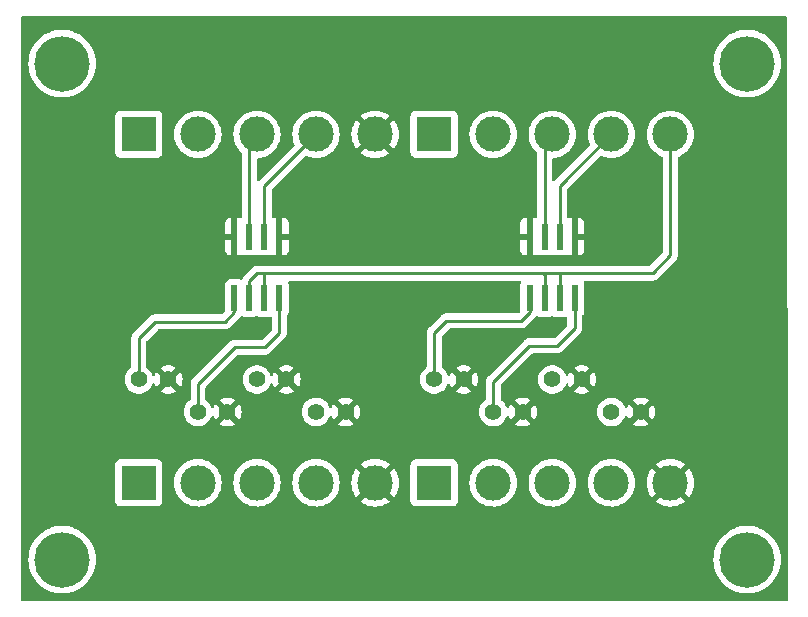
<source format=gbr>
%TF.GenerationSoftware,KiCad,Pcbnew,7.0.8*%
%TF.CreationDate,2024-03-15T18:14:36-06:00*%
%TF.ProjectId,DIO_TVS_Protection,44494f5f-5456-4535-9f50-726f74656374,rev?*%
%TF.SameCoordinates,Original*%
%TF.FileFunction,Copper,L1,Top*%
%TF.FilePolarity,Positive*%
%FSLAX46Y46*%
G04 Gerber Fmt 4.6, Leading zero omitted, Abs format (unit mm)*
G04 Created by KiCad (PCBNEW 7.0.8) date 2024-03-15 18:14:36*
%MOMM*%
%LPD*%
G01*
G04 APERTURE LIST*
%TA.AperFunction,ComponentPad*%
%ADD10R,3.000000X3.000000*%
%TD*%
%TA.AperFunction,ComponentPad*%
%ADD11C,3.000000*%
%TD*%
%TA.AperFunction,SMDPad,CuDef*%
%ADD12R,0.600000X2.200000*%
%TD*%
%TA.AperFunction,ComponentPad*%
%ADD13C,4.700000*%
%TD*%
%TA.AperFunction,ComponentPad*%
%ADD14C,1.400000*%
%TD*%
%TA.AperFunction,Conductor*%
%ADD15C,0.250000*%
%TD*%
G04 APERTURE END LIST*
D10*
%TO.P,J3,1,Pin_1*%
%TO.N,Net-(J1-Pin_1)*%
X122965000Y-82340000D03*
D11*
%TO.P,J3,2,Pin_2*%
%TO.N,Net-(J1-Pin_2)*%
X127965000Y-82340000D03*
%TO.P,J3,3,Pin_3*%
%TO.N,Net-(J1-Pin_3)*%
X132965000Y-82340000D03*
%TO.P,J3,4,Pin_4*%
%TO.N,Net-(J1-Pin_4)*%
X137965000Y-82340000D03*
%TO.P,J3,5,Pin_5*%
%TO.N,GND*%
X142965000Y-82340000D03*
%TD*%
D12*
%TO.P,U2,1,Line-0*%
%TO.N,Net-(J2-Pin_1)*%
X156060000Y-96190000D03*
%TO.P,U2,2,Ref*%
%TO.N,Net-(J4-Pin_5)*%
X157330000Y-96190000D03*
%TO.P,U2,3,Ref*%
X158600000Y-96190000D03*
%TO.P,U2,4,Line-1*%
%TO.N,Net-(J2-Pin_2)*%
X159870000Y-96190000D03*
%TO.P,U2,5,GND*%
%TO.N,GND*%
X159870000Y-90990000D03*
%TO.P,U2,6,Line-3*%
%TO.N,Net-(J2-Pin_4)*%
X158600000Y-90990000D03*
%TO.P,U2,7,Line-2*%
%TO.N,Net-(J2-Pin_3)*%
X157330000Y-90990000D03*
%TO.P,U2,8,GND*%
%TO.N,GND*%
X156060000Y-90990000D03*
%TD*%
%TO.P,U1,1,Line-0*%
%TO.N,Net-(J1-Pin_1)*%
X131060000Y-96190000D03*
%TO.P,U1,2,Ref*%
%TO.N,Net-(J4-Pin_5)*%
X132330000Y-96190000D03*
%TO.P,U1,3,Ref*%
X133600000Y-96190000D03*
%TO.P,U1,4,Line-1*%
%TO.N,Net-(J1-Pin_2)*%
X134870000Y-96190000D03*
%TO.P,U1,5,GND*%
%TO.N,GND*%
X134870000Y-90990000D03*
%TO.P,U1,6,Line-3*%
%TO.N,Net-(J1-Pin_4)*%
X133600000Y-90990000D03*
%TO.P,U1,7,Line-2*%
%TO.N,Net-(J1-Pin_3)*%
X132330000Y-90990000D03*
%TO.P,U1,8,GND*%
%TO.N,GND*%
X131060000Y-90990000D03*
%TD*%
D13*
%TO.P,REF\u002A\u002A,1*%
%TO.N,N/C*%
X174465000Y-76340000D03*
%TD*%
%TO.P,REF\u002A\u002A,1*%
%TO.N,N/C*%
X174465000Y-118340000D03*
%TD*%
%TO.P,REF\u002A\u002A,1*%
%TO.N,N/C*%
X116465000Y-118340000D03*
%TD*%
%TO.P,REF\u002A\u002A,1*%
%TO.N,N/C*%
X116465000Y-76340000D03*
%TD*%
D10*
%TO.P,J4,1,Pin_1*%
%TO.N,Net-(J2-Pin_1)*%
X147965000Y-82340000D03*
D11*
%TO.P,J4,2,Pin_2*%
%TO.N,Net-(J2-Pin_2)*%
X152965000Y-82340000D03*
%TO.P,J4,3,Pin_3*%
%TO.N,Net-(J2-Pin_3)*%
X157965000Y-82340000D03*
%TO.P,J4,4,Pin_4*%
%TO.N,Net-(J2-Pin_4)*%
X162965000Y-82340000D03*
%TO.P,J4,5,Pin_5*%
%TO.N,Net-(J4-Pin_5)*%
X167965000Y-82340000D03*
%TD*%
D10*
%TO.P,J2,1,Pin_1*%
%TO.N,Net-(J2-Pin_1)*%
X147965000Y-111840000D03*
D11*
%TO.P,J2,2,Pin_2*%
%TO.N,Net-(J2-Pin_2)*%
X152965000Y-111840000D03*
%TO.P,J2,3,Pin_3*%
%TO.N,Net-(J2-Pin_3)*%
X157965000Y-111840000D03*
%TO.P,J2,4,Pin_4*%
%TO.N,Net-(J2-Pin_4)*%
X162965000Y-111840000D03*
%TO.P,J2,5,Pin_5*%
%TO.N,GND*%
X167965000Y-111840000D03*
%TD*%
D10*
%TO.P,J1,1,Pin_1*%
%TO.N,Net-(J1-Pin_1)*%
X122965000Y-111840000D03*
D11*
%TO.P,J1,2,Pin_2*%
%TO.N,Net-(J1-Pin_2)*%
X127965000Y-111840000D03*
%TO.P,J1,3,Pin_3*%
%TO.N,Net-(J1-Pin_3)*%
X132965000Y-111840000D03*
%TO.P,J1,4,Pin_4*%
%TO.N,Net-(J1-Pin_4)*%
X137965000Y-111840000D03*
%TO.P,J1,5,Pin_5*%
%TO.N,GND*%
X142965000Y-111840000D03*
%TD*%
D14*
%TO.P,C8,1*%
%TO.N,Net-(J2-Pin_4)*%
X162965000Y-105840000D03*
%TO.P,C8,2*%
%TO.N,GND*%
X165465000Y-105840000D03*
%TD*%
%TO.P,C7,1*%
%TO.N,Net-(J2-Pin_3)*%
X157965000Y-103090000D03*
%TO.P,C7,2*%
%TO.N,GND*%
X160465000Y-103090000D03*
%TD*%
%TO.P,C6,1*%
%TO.N,Net-(J2-Pin_2)*%
X152965000Y-105840000D03*
%TO.P,C6,2*%
%TO.N,GND*%
X155465000Y-105840000D03*
%TD*%
%TO.P,C5,1*%
%TO.N,Net-(J2-Pin_1)*%
X147965000Y-103090000D03*
%TO.P,C5,2*%
%TO.N,GND*%
X150465000Y-103090000D03*
%TD*%
%TO.P,C4,1*%
%TO.N,Net-(J1-Pin_4)*%
X137965000Y-105840000D03*
%TO.P,C4,2*%
%TO.N,GND*%
X140465000Y-105840000D03*
%TD*%
%TO.P,C3,1*%
%TO.N,Net-(J1-Pin_3)*%
X132965000Y-103090000D03*
%TO.P,C3,2*%
%TO.N,GND*%
X135465000Y-103090000D03*
%TD*%
%TO.P,C2,1*%
%TO.N,Net-(J1-Pin_2)*%
X127965000Y-105840000D03*
%TO.P,C2,2*%
%TO.N,GND*%
X130465000Y-105840000D03*
%TD*%
%TO.P,C1,1*%
%TO.N,Net-(J1-Pin_1)*%
X122965000Y-103090000D03*
%TO.P,C1,2*%
%TO.N,GND*%
X125465000Y-103090000D03*
%TD*%
D15*
%TO.N,Net-(J2-Pin_4)*%
X158600000Y-86705000D02*
X162965000Y-82340000D01*
X158600000Y-90990000D02*
X158600000Y-86705000D01*
%TO.N,Net-(J1-Pin_4)*%
X133600000Y-86705000D02*
X137965000Y-82340000D01*
X133600000Y-90990000D02*
X133600000Y-86705000D01*
%TO.N,Net-(J4-Pin_5)*%
X167965000Y-82340000D02*
X167965000Y-92580000D01*
%TO.N,Net-(J2-Pin_3)*%
X157330000Y-90990000D02*
X157330000Y-82975000D01*
X157330000Y-82975000D02*
X157965000Y-82340000D01*
%TO.N,Net-(J2-Pin_1)*%
X156060000Y-97415000D02*
X156060000Y-96190000D01*
X155355000Y-98120000D02*
X156060000Y-97415000D01*
X149000000Y-98120000D02*
X155355000Y-98120000D01*
X147965000Y-103090000D02*
X147965000Y-99155000D01*
X147965000Y-99155000D02*
X149000000Y-98120000D01*
%TO.N,Net-(J1-Pin_3)*%
X132330000Y-82975000D02*
X132965000Y-82340000D01*
X132330000Y-90990000D02*
X132330000Y-82975000D01*
%TO.N,Net-(J1-Pin_1)*%
X122965000Y-99570000D02*
X122965000Y-103090000D01*
X124325000Y-98210000D02*
X122965000Y-99570000D01*
X130265000Y-98210000D02*
X124325000Y-98210000D01*
X131060000Y-97415000D02*
X130265000Y-98210000D01*
X131060000Y-96190000D02*
X131060000Y-97415000D01*
%TO.N,Net-(J4-Pin_5)*%
X158600000Y-94155000D02*
X158665000Y-94090000D01*
X158600000Y-96190000D02*
X158600000Y-94155000D01*
X158665000Y-94090000D02*
X157205000Y-94090000D01*
X166455000Y-94090000D02*
X158665000Y-94090000D01*
X157330000Y-96190000D02*
X157330000Y-94215000D01*
X157205000Y-94090000D02*
X133615000Y-94090000D01*
X157330000Y-94215000D02*
X157205000Y-94090000D01*
X133600000Y-94105000D02*
X133615000Y-94090000D01*
X133615000Y-94090000D02*
X133005000Y-94090000D01*
X133600000Y-96190000D02*
X133600000Y-94105000D01*
X133005000Y-94090000D02*
X132330000Y-94765000D01*
X167965000Y-92580000D02*
X166455000Y-94090000D01*
X132330000Y-94765000D02*
X132330000Y-96190000D01*
%TO.N,Net-(J2-Pin_2)*%
X158385000Y-100230000D02*
X159870000Y-98745000D01*
X152965000Y-103290000D02*
X156025000Y-100230000D01*
X156025000Y-100230000D02*
X158385000Y-100230000D01*
X152965000Y-105840000D02*
X152965000Y-103290000D01*
X159870000Y-98745000D02*
X159870000Y-96190000D01*
%TO.N,Net-(J1-Pin_2)*%
X133615000Y-100370000D02*
X134870000Y-99115000D01*
X134870000Y-99115000D02*
X134870000Y-96190000D01*
X131065000Y-100370000D02*
X133615000Y-100370000D01*
X127965000Y-103470000D02*
X131065000Y-100370000D01*
X127965000Y-105840000D02*
X127965000Y-103470000D01*
%TD*%
%TA.AperFunction,Conductor*%
%TO.N,GND*%
G36*
X177788272Y-72360185D02*
G01*
X177834027Y-72412989D01*
X177845232Y-72464323D01*
X177914096Y-121190500D01*
X177914825Y-121705825D01*
X177895235Y-121772892D01*
X177842496Y-121818721D01*
X177790825Y-121830000D01*
X113089500Y-121830000D01*
X113022461Y-121810315D01*
X112976706Y-121757511D01*
X112965500Y-121706000D01*
X112965500Y-118340003D01*
X113609669Y-118340003D01*
X113628976Y-118671484D01*
X113628977Y-118671495D01*
X113686631Y-118998467D01*
X113686634Y-118998481D01*
X113781866Y-119316580D01*
X113913379Y-119621461D01*
X113913385Y-119621474D01*
X114079406Y-119909031D01*
X114277678Y-120175356D01*
X114277683Y-120175362D01*
X114277690Y-120175371D01*
X114505553Y-120416893D01*
X114689689Y-120571400D01*
X114759912Y-120630325D01*
X114759920Y-120630331D01*
X115037330Y-120812787D01*
X115037334Y-120812789D01*
X115334061Y-120961811D01*
X115646082Y-121075377D01*
X115646088Y-121075378D01*
X115646090Y-121075379D01*
X115969161Y-121151949D01*
X115969168Y-121151950D01*
X115969177Y-121151952D01*
X116298977Y-121190500D01*
X116298984Y-121190500D01*
X116631016Y-121190500D01*
X116631023Y-121190500D01*
X116960823Y-121151952D01*
X116960832Y-121151949D01*
X116960838Y-121151949D01*
X117221445Y-121090183D01*
X117283918Y-121075377D01*
X117595939Y-120961811D01*
X117892666Y-120812789D01*
X118170085Y-120630327D01*
X118424447Y-120416893D01*
X118652310Y-120175371D01*
X118850594Y-119909030D01*
X119016617Y-119621470D01*
X119148133Y-119316581D01*
X119243365Y-118998485D01*
X119301024Y-118671484D01*
X119320331Y-118340003D01*
X171609669Y-118340003D01*
X171628976Y-118671484D01*
X171628977Y-118671495D01*
X171686631Y-118998467D01*
X171686634Y-118998481D01*
X171781866Y-119316580D01*
X171913379Y-119621461D01*
X171913385Y-119621474D01*
X172079406Y-119909031D01*
X172277678Y-120175356D01*
X172277683Y-120175362D01*
X172277690Y-120175371D01*
X172505553Y-120416893D01*
X172689689Y-120571400D01*
X172759912Y-120630325D01*
X172759920Y-120630331D01*
X173037330Y-120812787D01*
X173037334Y-120812789D01*
X173334061Y-120961811D01*
X173646082Y-121075377D01*
X173646088Y-121075378D01*
X173646090Y-121075379D01*
X173969161Y-121151949D01*
X173969168Y-121151950D01*
X173969177Y-121151952D01*
X174298977Y-121190500D01*
X174298984Y-121190500D01*
X174631016Y-121190500D01*
X174631023Y-121190500D01*
X174960823Y-121151952D01*
X174960832Y-121151949D01*
X174960838Y-121151949D01*
X175221445Y-121090183D01*
X175283918Y-121075377D01*
X175595939Y-120961811D01*
X175892666Y-120812789D01*
X176170085Y-120630327D01*
X176424447Y-120416893D01*
X176652310Y-120175371D01*
X176850594Y-119909030D01*
X177016617Y-119621470D01*
X177148133Y-119316581D01*
X177243365Y-118998485D01*
X177301024Y-118671484D01*
X177320331Y-118340000D01*
X177301024Y-118008516D01*
X177243365Y-117681515D01*
X177148133Y-117363419D01*
X177016617Y-117058530D01*
X176850594Y-116770970D01*
X176850593Y-116770968D01*
X176652321Y-116504643D01*
X176652314Y-116504635D01*
X176652310Y-116504629D01*
X176424447Y-116263107D01*
X176262153Y-116126926D01*
X176170087Y-116049674D01*
X176170079Y-116049668D01*
X175892669Y-115867212D01*
X175595946Y-115718192D01*
X175595940Y-115718189D01*
X175283930Y-115604627D01*
X175283909Y-115604620D01*
X174960838Y-115528050D01*
X174960823Y-115528048D01*
X174631023Y-115489500D01*
X174298977Y-115489500D01*
X174010402Y-115523229D01*
X173969176Y-115528048D01*
X173969161Y-115528050D01*
X173646090Y-115604620D01*
X173646069Y-115604627D01*
X173334059Y-115718189D01*
X173334053Y-115718192D01*
X173037330Y-115867212D01*
X172759920Y-116049668D01*
X172759912Y-116049674D01*
X172553936Y-116222508D01*
X172505553Y-116263107D01*
X172277690Y-116504629D01*
X172277687Y-116504632D01*
X172277685Y-116504635D01*
X172277678Y-116504643D01*
X172079406Y-116770968D01*
X171913385Y-117058525D01*
X171913379Y-117058538D01*
X171781866Y-117363419D01*
X171686634Y-117681518D01*
X171686631Y-117681532D01*
X171628977Y-118008504D01*
X171628976Y-118008515D01*
X171609669Y-118339996D01*
X171609669Y-118340003D01*
X119320331Y-118340003D01*
X119320331Y-118340000D01*
X119301024Y-118008516D01*
X119243365Y-117681515D01*
X119148133Y-117363419D01*
X119016617Y-117058530D01*
X118850594Y-116770970D01*
X118850593Y-116770968D01*
X118652321Y-116504643D01*
X118652314Y-116504635D01*
X118652310Y-116504629D01*
X118424447Y-116263107D01*
X118262153Y-116126926D01*
X118170087Y-116049674D01*
X118170079Y-116049668D01*
X117892669Y-115867212D01*
X117595946Y-115718192D01*
X117595940Y-115718189D01*
X117283930Y-115604627D01*
X117283909Y-115604620D01*
X116960838Y-115528050D01*
X116960823Y-115528048D01*
X116631023Y-115489500D01*
X116298977Y-115489500D01*
X116010402Y-115523229D01*
X115969176Y-115528048D01*
X115969161Y-115528050D01*
X115646090Y-115604620D01*
X115646069Y-115604627D01*
X115334059Y-115718189D01*
X115334053Y-115718192D01*
X115037330Y-115867212D01*
X114759920Y-116049668D01*
X114759912Y-116049674D01*
X114553936Y-116222508D01*
X114505553Y-116263107D01*
X114277690Y-116504629D01*
X114277687Y-116504632D01*
X114277685Y-116504635D01*
X114277678Y-116504643D01*
X114079406Y-116770968D01*
X113913385Y-117058525D01*
X113913379Y-117058538D01*
X113781866Y-117363419D01*
X113686634Y-117681518D01*
X113686631Y-117681532D01*
X113628977Y-118008504D01*
X113628976Y-118008515D01*
X113609669Y-118339996D01*
X113609669Y-118340003D01*
X112965500Y-118340003D01*
X112965500Y-113387870D01*
X120964500Y-113387870D01*
X120964501Y-113387876D01*
X120970908Y-113447483D01*
X121021202Y-113582328D01*
X121021206Y-113582335D01*
X121107452Y-113697544D01*
X121107455Y-113697547D01*
X121222664Y-113783793D01*
X121222671Y-113783797D01*
X121357517Y-113834091D01*
X121357516Y-113834091D01*
X121364444Y-113834835D01*
X121417127Y-113840500D01*
X124512872Y-113840499D01*
X124572483Y-113834091D01*
X124707331Y-113783796D01*
X124822546Y-113697546D01*
X124908796Y-113582331D01*
X124959091Y-113447483D01*
X124965500Y-113387873D01*
X124965500Y-111840001D01*
X125959390Y-111840001D01*
X125979804Y-112125433D01*
X126040628Y-112405037D01*
X126040630Y-112405043D01*
X126040631Y-112405046D01*
X126113345Y-112600000D01*
X126140635Y-112673166D01*
X126277770Y-112924309D01*
X126277775Y-112924317D01*
X126449254Y-113153387D01*
X126449270Y-113153405D01*
X126651594Y-113355729D01*
X126651612Y-113355745D01*
X126880682Y-113527224D01*
X126880690Y-113527229D01*
X127131833Y-113664364D01*
X127131832Y-113664364D01*
X127131836Y-113664365D01*
X127131839Y-113664367D01*
X127399954Y-113764369D01*
X127399960Y-113764370D01*
X127399962Y-113764371D01*
X127679566Y-113825195D01*
X127679568Y-113825195D01*
X127679572Y-113825196D01*
X127933220Y-113843337D01*
X127964999Y-113845610D01*
X127965000Y-113845610D01*
X127965001Y-113845610D01*
X127993595Y-113843564D01*
X128250428Y-113825196D01*
X128440742Y-113783796D01*
X128530037Y-113764371D01*
X128530037Y-113764370D01*
X128530046Y-113764369D01*
X128798161Y-113664367D01*
X129049315Y-113527226D01*
X129278395Y-113355739D01*
X129480739Y-113153395D01*
X129652226Y-112924315D01*
X129789367Y-112673161D01*
X129889369Y-112405046D01*
X129950196Y-112125428D01*
X129970610Y-111840001D01*
X130959390Y-111840001D01*
X130979804Y-112125433D01*
X131040628Y-112405037D01*
X131040630Y-112405043D01*
X131040631Y-112405046D01*
X131113345Y-112600000D01*
X131140635Y-112673166D01*
X131277770Y-112924309D01*
X131277775Y-112924317D01*
X131449254Y-113153387D01*
X131449270Y-113153405D01*
X131651594Y-113355729D01*
X131651612Y-113355745D01*
X131880682Y-113527224D01*
X131880690Y-113527229D01*
X132131833Y-113664364D01*
X132131832Y-113664364D01*
X132131836Y-113664365D01*
X132131839Y-113664367D01*
X132399954Y-113764369D01*
X132399960Y-113764370D01*
X132399962Y-113764371D01*
X132679566Y-113825195D01*
X132679568Y-113825195D01*
X132679572Y-113825196D01*
X132933220Y-113843337D01*
X132964999Y-113845610D01*
X132965000Y-113845610D01*
X132965001Y-113845610D01*
X132993595Y-113843564D01*
X133250428Y-113825196D01*
X133440742Y-113783796D01*
X133530037Y-113764371D01*
X133530037Y-113764370D01*
X133530046Y-113764369D01*
X133798161Y-113664367D01*
X134049315Y-113527226D01*
X134278395Y-113355739D01*
X134480739Y-113153395D01*
X134652226Y-112924315D01*
X134789367Y-112673161D01*
X134889369Y-112405046D01*
X134950196Y-112125428D01*
X134970610Y-111840001D01*
X135959390Y-111840001D01*
X135979804Y-112125433D01*
X136040628Y-112405037D01*
X136040630Y-112405043D01*
X136040631Y-112405046D01*
X136113345Y-112600000D01*
X136140635Y-112673166D01*
X136277770Y-112924309D01*
X136277775Y-112924317D01*
X136449254Y-113153387D01*
X136449270Y-113153405D01*
X136651594Y-113355729D01*
X136651612Y-113355745D01*
X136880682Y-113527224D01*
X136880690Y-113527229D01*
X137131833Y-113664364D01*
X137131832Y-113664364D01*
X137131836Y-113664365D01*
X137131839Y-113664367D01*
X137399954Y-113764369D01*
X137399960Y-113764370D01*
X137399962Y-113764371D01*
X137679566Y-113825195D01*
X137679568Y-113825195D01*
X137679572Y-113825196D01*
X137933220Y-113843337D01*
X137964999Y-113845610D01*
X137965000Y-113845610D01*
X137965001Y-113845610D01*
X137993595Y-113843564D01*
X138250428Y-113825196D01*
X138440742Y-113783796D01*
X138530037Y-113764371D01*
X138530037Y-113764370D01*
X138530046Y-113764369D01*
X138798161Y-113664367D01*
X139049315Y-113527226D01*
X139278395Y-113355739D01*
X139480739Y-113153395D01*
X139652226Y-112924315D01*
X139789367Y-112673161D01*
X139889369Y-112405046D01*
X139950196Y-112125428D01*
X139970610Y-111840001D01*
X140959891Y-111840001D01*
X140980300Y-112125362D01*
X141041109Y-112404895D01*
X141141091Y-112672958D01*
X141278191Y-112924038D01*
X141278196Y-112924046D01*
X141384882Y-113066561D01*
X141384883Y-113066562D01*
X142280195Y-112171250D01*
X142302340Y-112222587D01*
X142408433Y-112365094D01*
X142544530Y-112479294D01*
X142634216Y-112524335D01*
X141738436Y-113420115D01*
X141880960Y-113526807D01*
X141880961Y-113526808D01*
X142132042Y-113663908D01*
X142132041Y-113663908D01*
X142400104Y-113763890D01*
X142679637Y-113824699D01*
X142964999Y-113845109D01*
X142965001Y-113845109D01*
X143250362Y-113824699D01*
X143529895Y-113763890D01*
X143797958Y-113663908D01*
X144049047Y-113526803D01*
X144191561Y-113420116D01*
X144191562Y-113420115D01*
X144159317Y-113387870D01*
X145964500Y-113387870D01*
X145964501Y-113387876D01*
X145970908Y-113447483D01*
X146021202Y-113582328D01*
X146021206Y-113582335D01*
X146107452Y-113697544D01*
X146107455Y-113697547D01*
X146222664Y-113783793D01*
X146222671Y-113783797D01*
X146357517Y-113834091D01*
X146357516Y-113834091D01*
X146364444Y-113834835D01*
X146417127Y-113840500D01*
X149512872Y-113840499D01*
X149572483Y-113834091D01*
X149707331Y-113783796D01*
X149822546Y-113697546D01*
X149908796Y-113582331D01*
X149959091Y-113447483D01*
X149965500Y-113387873D01*
X149965500Y-111840001D01*
X150959390Y-111840001D01*
X150979804Y-112125433D01*
X151040628Y-112405037D01*
X151040630Y-112405043D01*
X151040631Y-112405046D01*
X151113345Y-112600000D01*
X151140635Y-112673166D01*
X151277770Y-112924309D01*
X151277775Y-112924317D01*
X151449254Y-113153387D01*
X151449270Y-113153405D01*
X151651594Y-113355729D01*
X151651612Y-113355745D01*
X151880682Y-113527224D01*
X151880690Y-113527229D01*
X152131833Y-113664364D01*
X152131832Y-113664364D01*
X152131836Y-113664365D01*
X152131839Y-113664367D01*
X152399954Y-113764369D01*
X152399960Y-113764370D01*
X152399962Y-113764371D01*
X152679566Y-113825195D01*
X152679568Y-113825195D01*
X152679572Y-113825196D01*
X152933220Y-113843337D01*
X152964999Y-113845610D01*
X152965000Y-113845610D01*
X152965001Y-113845610D01*
X152993595Y-113843564D01*
X153250428Y-113825196D01*
X153440742Y-113783796D01*
X153530037Y-113764371D01*
X153530037Y-113764370D01*
X153530046Y-113764369D01*
X153798161Y-113664367D01*
X154049315Y-113527226D01*
X154278395Y-113355739D01*
X154480739Y-113153395D01*
X154652226Y-112924315D01*
X154789367Y-112673161D01*
X154889369Y-112405046D01*
X154950196Y-112125428D01*
X154970610Y-111840001D01*
X155959390Y-111840001D01*
X155979804Y-112125433D01*
X156040628Y-112405037D01*
X156040630Y-112405043D01*
X156040631Y-112405046D01*
X156113345Y-112600000D01*
X156140635Y-112673166D01*
X156277770Y-112924309D01*
X156277775Y-112924317D01*
X156449254Y-113153387D01*
X156449270Y-113153405D01*
X156651594Y-113355729D01*
X156651612Y-113355745D01*
X156880682Y-113527224D01*
X156880690Y-113527229D01*
X157131833Y-113664364D01*
X157131832Y-113664364D01*
X157131836Y-113664365D01*
X157131839Y-113664367D01*
X157399954Y-113764369D01*
X157399960Y-113764370D01*
X157399962Y-113764371D01*
X157679566Y-113825195D01*
X157679568Y-113825195D01*
X157679572Y-113825196D01*
X157933220Y-113843337D01*
X157964999Y-113845610D01*
X157965000Y-113845610D01*
X157965001Y-113845610D01*
X157993595Y-113843564D01*
X158250428Y-113825196D01*
X158440742Y-113783796D01*
X158530037Y-113764371D01*
X158530037Y-113764370D01*
X158530046Y-113764369D01*
X158798161Y-113664367D01*
X159049315Y-113527226D01*
X159278395Y-113355739D01*
X159480739Y-113153395D01*
X159652226Y-112924315D01*
X159789367Y-112673161D01*
X159889369Y-112405046D01*
X159950196Y-112125428D01*
X159970610Y-111840001D01*
X160959390Y-111840001D01*
X160979804Y-112125433D01*
X161040628Y-112405037D01*
X161040630Y-112405043D01*
X161040631Y-112405046D01*
X161113345Y-112600000D01*
X161140635Y-112673166D01*
X161277770Y-112924309D01*
X161277775Y-112924317D01*
X161449254Y-113153387D01*
X161449270Y-113153405D01*
X161651594Y-113355729D01*
X161651612Y-113355745D01*
X161880682Y-113527224D01*
X161880690Y-113527229D01*
X162131833Y-113664364D01*
X162131832Y-113664364D01*
X162131836Y-113664365D01*
X162131839Y-113664367D01*
X162399954Y-113764369D01*
X162399960Y-113764370D01*
X162399962Y-113764371D01*
X162679566Y-113825195D01*
X162679568Y-113825195D01*
X162679572Y-113825196D01*
X162933220Y-113843337D01*
X162964999Y-113845610D01*
X162965000Y-113845610D01*
X162965001Y-113845610D01*
X162993595Y-113843564D01*
X163250428Y-113825196D01*
X163440742Y-113783796D01*
X163530037Y-113764371D01*
X163530037Y-113764370D01*
X163530046Y-113764369D01*
X163798161Y-113664367D01*
X164049315Y-113527226D01*
X164278395Y-113355739D01*
X164480739Y-113153395D01*
X164652226Y-112924315D01*
X164789367Y-112673161D01*
X164889369Y-112405046D01*
X164950196Y-112125428D01*
X164970610Y-111840001D01*
X165959891Y-111840001D01*
X165980300Y-112125362D01*
X166041109Y-112404895D01*
X166141091Y-112672958D01*
X166278191Y-112924038D01*
X166278196Y-112924046D01*
X166384882Y-113066561D01*
X166384883Y-113066562D01*
X167280195Y-112171250D01*
X167302340Y-112222587D01*
X167408433Y-112365094D01*
X167544530Y-112479294D01*
X167634216Y-112524335D01*
X166738436Y-113420115D01*
X166880960Y-113526807D01*
X166880961Y-113526808D01*
X167132042Y-113663908D01*
X167132041Y-113663908D01*
X167400104Y-113763890D01*
X167679637Y-113824699D01*
X167964999Y-113845109D01*
X167965001Y-113845109D01*
X168250362Y-113824699D01*
X168529895Y-113763890D01*
X168797958Y-113663908D01*
X169049047Y-113526803D01*
X169191561Y-113420116D01*
X169191562Y-113420115D01*
X168298748Y-112527300D01*
X168308409Y-112523784D01*
X168456844Y-112426157D01*
X168578764Y-112296930D01*
X168650768Y-112172215D01*
X169545115Y-113066562D01*
X169545116Y-113066561D01*
X169651803Y-112924047D01*
X169788908Y-112672958D01*
X169888890Y-112404895D01*
X169949699Y-112125362D01*
X169970109Y-111840001D01*
X169970109Y-111839998D01*
X169949699Y-111554637D01*
X169888890Y-111275104D01*
X169788908Y-111007041D01*
X169651808Y-110755961D01*
X169651807Y-110755960D01*
X169545115Y-110613436D01*
X168649803Y-111508747D01*
X168627660Y-111457413D01*
X168521567Y-111314906D01*
X168385470Y-111200706D01*
X168295782Y-111155663D01*
X169191562Y-110259883D01*
X169191561Y-110259882D01*
X169049046Y-110153196D01*
X169049038Y-110153191D01*
X168797957Y-110016091D01*
X168797958Y-110016091D01*
X168529895Y-109916109D01*
X168250362Y-109855300D01*
X167965001Y-109834891D01*
X167964999Y-109834891D01*
X167679637Y-109855300D01*
X167400104Y-109916109D01*
X167132041Y-110016091D01*
X166880961Y-110153191D01*
X166880953Y-110153196D01*
X166738437Y-110259882D01*
X166738436Y-110259883D01*
X167631252Y-111152699D01*
X167621591Y-111156216D01*
X167473156Y-111253843D01*
X167351236Y-111383070D01*
X167279231Y-111507784D01*
X166384883Y-110613436D01*
X166384882Y-110613437D01*
X166278196Y-110755953D01*
X166278191Y-110755961D01*
X166141091Y-111007041D01*
X166041109Y-111275104D01*
X165980300Y-111554637D01*
X165959891Y-111839998D01*
X165959891Y-111840001D01*
X164970610Y-111840001D01*
X164970610Y-111840000D01*
X164950196Y-111554572D01*
X164946358Y-111536930D01*
X164889371Y-111274962D01*
X164889370Y-111274960D01*
X164889369Y-111274954D01*
X164789367Y-111006839D01*
X164652372Y-110755953D01*
X164652229Y-110755690D01*
X164652224Y-110755682D01*
X164480745Y-110526612D01*
X164480729Y-110526594D01*
X164278405Y-110324270D01*
X164278387Y-110324254D01*
X164049317Y-110152775D01*
X164049309Y-110152770D01*
X163798166Y-110015635D01*
X163798167Y-110015635D01*
X163690915Y-109975632D01*
X163530046Y-109915631D01*
X163530043Y-109915630D01*
X163530037Y-109915628D01*
X163250433Y-109854804D01*
X162965001Y-109834390D01*
X162964999Y-109834390D01*
X162679566Y-109854804D01*
X162399962Y-109915628D01*
X162131833Y-110015635D01*
X161880690Y-110152770D01*
X161880682Y-110152775D01*
X161651612Y-110324254D01*
X161651594Y-110324270D01*
X161449270Y-110526594D01*
X161449254Y-110526612D01*
X161277775Y-110755682D01*
X161277770Y-110755690D01*
X161140635Y-111006833D01*
X161040628Y-111274962D01*
X160979804Y-111554566D01*
X160959390Y-111839998D01*
X160959390Y-111840001D01*
X159970610Y-111840001D01*
X159970610Y-111840000D01*
X159950196Y-111554572D01*
X159946358Y-111536930D01*
X159889371Y-111274962D01*
X159889370Y-111274960D01*
X159889369Y-111274954D01*
X159789367Y-111006839D01*
X159652372Y-110755953D01*
X159652229Y-110755690D01*
X159652224Y-110755682D01*
X159480745Y-110526612D01*
X159480729Y-110526594D01*
X159278405Y-110324270D01*
X159278387Y-110324254D01*
X159049317Y-110152775D01*
X159049309Y-110152770D01*
X158798166Y-110015635D01*
X158798167Y-110015635D01*
X158690915Y-109975632D01*
X158530046Y-109915631D01*
X158530043Y-109915630D01*
X158530037Y-109915628D01*
X158250433Y-109854804D01*
X157965001Y-109834390D01*
X157964999Y-109834390D01*
X157679566Y-109854804D01*
X157399962Y-109915628D01*
X157131833Y-110015635D01*
X156880690Y-110152770D01*
X156880682Y-110152775D01*
X156651612Y-110324254D01*
X156651594Y-110324270D01*
X156449270Y-110526594D01*
X156449254Y-110526612D01*
X156277775Y-110755682D01*
X156277770Y-110755690D01*
X156140635Y-111006833D01*
X156040628Y-111274962D01*
X155979804Y-111554566D01*
X155959390Y-111839998D01*
X155959390Y-111840001D01*
X154970610Y-111840001D01*
X154970610Y-111840000D01*
X154950196Y-111554572D01*
X154946358Y-111536930D01*
X154889371Y-111274962D01*
X154889370Y-111274960D01*
X154889369Y-111274954D01*
X154789367Y-111006839D01*
X154652372Y-110755953D01*
X154652229Y-110755690D01*
X154652224Y-110755682D01*
X154480745Y-110526612D01*
X154480729Y-110526594D01*
X154278405Y-110324270D01*
X154278387Y-110324254D01*
X154049317Y-110152775D01*
X154049309Y-110152770D01*
X153798166Y-110015635D01*
X153798167Y-110015635D01*
X153690915Y-109975632D01*
X153530046Y-109915631D01*
X153530043Y-109915630D01*
X153530037Y-109915628D01*
X153250433Y-109854804D01*
X152965001Y-109834390D01*
X152964999Y-109834390D01*
X152679566Y-109854804D01*
X152399962Y-109915628D01*
X152131833Y-110015635D01*
X151880690Y-110152770D01*
X151880682Y-110152775D01*
X151651612Y-110324254D01*
X151651594Y-110324270D01*
X151449270Y-110526594D01*
X151449254Y-110526612D01*
X151277775Y-110755682D01*
X151277770Y-110755690D01*
X151140635Y-111006833D01*
X151040628Y-111274962D01*
X150979804Y-111554566D01*
X150959390Y-111839998D01*
X150959390Y-111840001D01*
X149965500Y-111840001D01*
X149965499Y-110292128D01*
X149959091Y-110232517D01*
X149929506Y-110153196D01*
X149908797Y-110097671D01*
X149908793Y-110097664D01*
X149822547Y-109982455D01*
X149822544Y-109982452D01*
X149707335Y-109896206D01*
X149707328Y-109896202D01*
X149572482Y-109845908D01*
X149572483Y-109845908D01*
X149512883Y-109839501D01*
X149512881Y-109839500D01*
X149512873Y-109839500D01*
X149512864Y-109839500D01*
X146417129Y-109839500D01*
X146417123Y-109839501D01*
X146357516Y-109845908D01*
X146222671Y-109896202D01*
X146222664Y-109896206D01*
X146107455Y-109982452D01*
X146107452Y-109982455D01*
X146021206Y-110097664D01*
X146021202Y-110097671D01*
X145970908Y-110232517D01*
X145964501Y-110292116D01*
X145964501Y-110292123D01*
X145964500Y-110292135D01*
X145964500Y-113387870D01*
X144159317Y-113387870D01*
X143298748Y-112527300D01*
X143308409Y-112523784D01*
X143456844Y-112426157D01*
X143578764Y-112296930D01*
X143650768Y-112172215D01*
X144545115Y-113066562D01*
X144545116Y-113066561D01*
X144651803Y-112924047D01*
X144788908Y-112672958D01*
X144888890Y-112404895D01*
X144949699Y-112125362D01*
X144970109Y-111840001D01*
X144970109Y-111839998D01*
X144949699Y-111554637D01*
X144888890Y-111275104D01*
X144788908Y-111007041D01*
X144651808Y-110755961D01*
X144651807Y-110755960D01*
X144545115Y-110613436D01*
X143649803Y-111508747D01*
X143627660Y-111457413D01*
X143521567Y-111314906D01*
X143385470Y-111200706D01*
X143295782Y-111155663D01*
X144191562Y-110259883D01*
X144191561Y-110259882D01*
X144049046Y-110153196D01*
X144049038Y-110153191D01*
X143797957Y-110016091D01*
X143797958Y-110016091D01*
X143529895Y-109916109D01*
X143250362Y-109855300D01*
X142965001Y-109834891D01*
X142964999Y-109834891D01*
X142679637Y-109855300D01*
X142400104Y-109916109D01*
X142132041Y-110016091D01*
X141880961Y-110153191D01*
X141880953Y-110153196D01*
X141738437Y-110259882D01*
X141738436Y-110259883D01*
X142631252Y-111152699D01*
X142621591Y-111156216D01*
X142473156Y-111253843D01*
X142351236Y-111383070D01*
X142279231Y-111507784D01*
X141384883Y-110613436D01*
X141384882Y-110613437D01*
X141278196Y-110755953D01*
X141278191Y-110755961D01*
X141141091Y-111007041D01*
X141041109Y-111275104D01*
X140980300Y-111554637D01*
X140959891Y-111839998D01*
X140959891Y-111840001D01*
X139970610Y-111840001D01*
X139970610Y-111840000D01*
X139950196Y-111554572D01*
X139946358Y-111536930D01*
X139889371Y-111274962D01*
X139889370Y-111274960D01*
X139889369Y-111274954D01*
X139789367Y-111006839D01*
X139652372Y-110755953D01*
X139652229Y-110755690D01*
X139652224Y-110755682D01*
X139480745Y-110526612D01*
X139480729Y-110526594D01*
X139278405Y-110324270D01*
X139278387Y-110324254D01*
X139049317Y-110152775D01*
X139049309Y-110152770D01*
X138798166Y-110015635D01*
X138798167Y-110015635D01*
X138690915Y-109975632D01*
X138530046Y-109915631D01*
X138530043Y-109915630D01*
X138530037Y-109915628D01*
X138250433Y-109854804D01*
X137965001Y-109834390D01*
X137964999Y-109834390D01*
X137679566Y-109854804D01*
X137399962Y-109915628D01*
X137131833Y-110015635D01*
X136880690Y-110152770D01*
X136880682Y-110152775D01*
X136651612Y-110324254D01*
X136651594Y-110324270D01*
X136449270Y-110526594D01*
X136449254Y-110526612D01*
X136277775Y-110755682D01*
X136277770Y-110755690D01*
X136140635Y-111006833D01*
X136040628Y-111274962D01*
X135979804Y-111554566D01*
X135959390Y-111839998D01*
X135959390Y-111840001D01*
X134970610Y-111840001D01*
X134970610Y-111840000D01*
X134950196Y-111554572D01*
X134946358Y-111536930D01*
X134889371Y-111274962D01*
X134889370Y-111274960D01*
X134889369Y-111274954D01*
X134789367Y-111006839D01*
X134652372Y-110755953D01*
X134652229Y-110755690D01*
X134652224Y-110755682D01*
X134480745Y-110526612D01*
X134480729Y-110526594D01*
X134278405Y-110324270D01*
X134278387Y-110324254D01*
X134049317Y-110152775D01*
X134049309Y-110152770D01*
X133798166Y-110015635D01*
X133798167Y-110015635D01*
X133690915Y-109975632D01*
X133530046Y-109915631D01*
X133530043Y-109915630D01*
X133530037Y-109915628D01*
X133250433Y-109854804D01*
X132965001Y-109834390D01*
X132964999Y-109834390D01*
X132679566Y-109854804D01*
X132399962Y-109915628D01*
X132131833Y-110015635D01*
X131880690Y-110152770D01*
X131880682Y-110152775D01*
X131651612Y-110324254D01*
X131651594Y-110324270D01*
X131449270Y-110526594D01*
X131449254Y-110526612D01*
X131277775Y-110755682D01*
X131277770Y-110755690D01*
X131140635Y-111006833D01*
X131040628Y-111274962D01*
X130979804Y-111554566D01*
X130959390Y-111839998D01*
X130959390Y-111840001D01*
X129970610Y-111840001D01*
X129970610Y-111840000D01*
X129950196Y-111554572D01*
X129946358Y-111536930D01*
X129889371Y-111274962D01*
X129889370Y-111274960D01*
X129889369Y-111274954D01*
X129789367Y-111006839D01*
X129652372Y-110755953D01*
X129652229Y-110755690D01*
X129652224Y-110755682D01*
X129480745Y-110526612D01*
X129480729Y-110526594D01*
X129278405Y-110324270D01*
X129278387Y-110324254D01*
X129049317Y-110152775D01*
X129049309Y-110152770D01*
X128798166Y-110015635D01*
X128798167Y-110015635D01*
X128690915Y-109975632D01*
X128530046Y-109915631D01*
X128530043Y-109915630D01*
X128530037Y-109915628D01*
X128250433Y-109854804D01*
X127965001Y-109834390D01*
X127964999Y-109834390D01*
X127679566Y-109854804D01*
X127399962Y-109915628D01*
X127131833Y-110015635D01*
X126880690Y-110152770D01*
X126880682Y-110152775D01*
X126651612Y-110324254D01*
X126651594Y-110324270D01*
X126449270Y-110526594D01*
X126449254Y-110526612D01*
X126277775Y-110755682D01*
X126277770Y-110755690D01*
X126140635Y-111006833D01*
X126040628Y-111274962D01*
X125979804Y-111554566D01*
X125959390Y-111839998D01*
X125959390Y-111840001D01*
X124965500Y-111840001D01*
X124965499Y-110292128D01*
X124959091Y-110232517D01*
X124929506Y-110153196D01*
X124908797Y-110097671D01*
X124908793Y-110097664D01*
X124822547Y-109982455D01*
X124822544Y-109982452D01*
X124707335Y-109896206D01*
X124707328Y-109896202D01*
X124572482Y-109845908D01*
X124572483Y-109845908D01*
X124512883Y-109839501D01*
X124512881Y-109839500D01*
X124512873Y-109839500D01*
X124512864Y-109839500D01*
X121417129Y-109839500D01*
X121417123Y-109839501D01*
X121357516Y-109845908D01*
X121222671Y-109896202D01*
X121222664Y-109896206D01*
X121107455Y-109982452D01*
X121107452Y-109982455D01*
X121021206Y-110097664D01*
X121021202Y-110097671D01*
X120970908Y-110232517D01*
X120964501Y-110292116D01*
X120964501Y-110292123D01*
X120964500Y-110292135D01*
X120964500Y-113387870D01*
X112965500Y-113387870D01*
X112965500Y-103090000D01*
X121759357Y-103090000D01*
X121779884Y-103311535D01*
X121779885Y-103311537D01*
X121840769Y-103525523D01*
X121840775Y-103525538D01*
X121939938Y-103724683D01*
X121939943Y-103724691D01*
X122074020Y-103902238D01*
X122238437Y-104052123D01*
X122238439Y-104052125D01*
X122427595Y-104169245D01*
X122427596Y-104169245D01*
X122427599Y-104169247D01*
X122635060Y-104249618D01*
X122853757Y-104290500D01*
X122853759Y-104290500D01*
X123076241Y-104290500D01*
X123076243Y-104290500D01*
X123294940Y-104249618D01*
X123502401Y-104169247D01*
X123619278Y-104096880D01*
X124811672Y-104096880D01*
X124927821Y-104168797D01*
X124927822Y-104168798D01*
X125135195Y-104249134D01*
X125353807Y-104290000D01*
X125576193Y-104290000D01*
X125794809Y-104249133D01*
X126002168Y-104168801D01*
X126002181Y-104168795D01*
X126118326Y-104096879D01*
X125465001Y-103443553D01*
X125465000Y-103443553D01*
X124811672Y-104096879D01*
X124811672Y-104096880D01*
X123619278Y-104096880D01*
X123691562Y-104052124D01*
X123855981Y-103902236D01*
X123990058Y-103724689D01*
X124089229Y-103525528D01*
X124095994Y-103501750D01*
X124133271Y-103442661D01*
X124196580Y-103413102D01*
X124265820Y-103422463D01*
X124319007Y-103467772D01*
X124334525Y-103501753D01*
X124341236Y-103525342D01*
X124341239Y-103525348D01*
X124440369Y-103724428D01*
X124456137Y-103745308D01*
X124456138Y-103745308D01*
X125082145Y-103119302D01*
X125111372Y-103119302D01*
X125140047Y-103232538D01*
X125203936Y-103330327D01*
X125296115Y-103402072D01*
X125406595Y-103440000D01*
X125494005Y-103440000D01*
X125580216Y-103425614D01*
X125682947Y-103370019D01*
X125762060Y-103284079D01*
X125808982Y-103177108D01*
X125816200Y-103090000D01*
X125818553Y-103090000D01*
X126473861Y-103745308D01*
X126489631Y-103724425D01*
X126489633Y-103724422D01*
X126588759Y-103525350D01*
X126649621Y-103311439D01*
X126670141Y-103090000D01*
X126670141Y-103089999D01*
X126649621Y-102868560D01*
X126588759Y-102654649D01*
X126489635Y-102455580D01*
X126489630Y-102455572D01*
X126473860Y-102434690D01*
X125818553Y-103089999D01*
X125818553Y-103090000D01*
X125816200Y-103090000D01*
X125818628Y-103060698D01*
X125789953Y-102947462D01*
X125726064Y-102849673D01*
X125633885Y-102777928D01*
X125523405Y-102740000D01*
X125435995Y-102740000D01*
X125349784Y-102754386D01*
X125247053Y-102809981D01*
X125167940Y-102895921D01*
X125121018Y-103002892D01*
X125111372Y-103119302D01*
X125082145Y-103119302D01*
X125111447Y-103090000D01*
X124456138Y-102434691D01*
X124456137Y-102434691D01*
X124440368Y-102455574D01*
X124341239Y-102654651D01*
X124341238Y-102654652D01*
X124334525Y-102678248D01*
X124297245Y-102737340D01*
X124233935Y-102766898D01*
X124164696Y-102757535D01*
X124111510Y-102712224D01*
X124095995Y-102678253D01*
X124089229Y-102654472D01*
X123990188Y-102455572D01*
X123990061Y-102455316D01*
X123990056Y-102455308D01*
X123855979Y-102277761D01*
X123691563Y-102127877D01*
X123691562Y-102127876D01*
X123649222Y-102101660D01*
X123632603Y-102083119D01*
X124811671Y-102083119D01*
X125465000Y-102736447D01*
X125465001Y-102736447D01*
X126118327Y-102083119D01*
X126002178Y-102011202D01*
X126002177Y-102011201D01*
X125794804Y-101930865D01*
X125576193Y-101890000D01*
X125353807Y-101890000D01*
X125135195Y-101930865D01*
X124927824Y-102011200D01*
X124927823Y-102011201D01*
X124811671Y-102083119D01*
X123632603Y-102083119D01*
X123602587Y-102049631D01*
X123590500Y-101996233D01*
X123590500Y-99880452D01*
X123610185Y-99813413D01*
X123626819Y-99792771D01*
X124547772Y-98871819D01*
X124609095Y-98838334D01*
X124635453Y-98835500D01*
X130182257Y-98835500D01*
X130197877Y-98837224D01*
X130197904Y-98836939D01*
X130205660Y-98837671D01*
X130205667Y-98837673D01*
X130274814Y-98835500D01*
X130304350Y-98835500D01*
X130311228Y-98834630D01*
X130317041Y-98834172D01*
X130363627Y-98832709D01*
X130382869Y-98827117D01*
X130401912Y-98823174D01*
X130421792Y-98820664D01*
X130465122Y-98803507D01*
X130470646Y-98801617D01*
X130474396Y-98800527D01*
X130515390Y-98788618D01*
X130532629Y-98778422D01*
X130550103Y-98769862D01*
X130568727Y-98762488D01*
X130568727Y-98762487D01*
X130568732Y-98762486D01*
X130606449Y-98735082D01*
X130611305Y-98731892D01*
X130651420Y-98708170D01*
X130665589Y-98693999D01*
X130680379Y-98681368D01*
X130696587Y-98669594D01*
X130726299Y-98633676D01*
X130730212Y-98629376D01*
X131443786Y-97915802D01*
X131456048Y-97905980D01*
X131455865Y-97905759D01*
X131461867Y-97900792D01*
X131461877Y-97900786D01*
X131509241Y-97850348D01*
X131530120Y-97829470D01*
X131534370Y-97823989D01*
X131538151Y-97819561D01*
X131570062Y-97785582D01*
X131579713Y-97768024D01*
X131590389Y-97751770D01*
X131596848Y-97743445D01*
X131620597Y-97720120D01*
X131620778Y-97719984D01*
X131686264Y-97695627D01*
X131754524Y-97710540D01*
X131769310Y-97720053D01*
X131787666Y-97733794D01*
X131787670Y-97733797D01*
X131852831Y-97758100D01*
X131922517Y-97784091D01*
X131982127Y-97790500D01*
X132677872Y-97790499D01*
X132737483Y-97784091D01*
X132737488Y-97784089D01*
X132872329Y-97733797D01*
X132872329Y-97733796D01*
X132872331Y-97733796D01*
X132890688Y-97720053D01*
X132956150Y-97695635D01*
X133024424Y-97710485D01*
X133039308Y-97720050D01*
X133047255Y-97726000D01*
X133057669Y-97733796D01*
X133057670Y-97733797D01*
X133122831Y-97758100D01*
X133192517Y-97784091D01*
X133252127Y-97790500D01*
X133947872Y-97790499D01*
X134007483Y-97784091D01*
X134077169Y-97758099D01*
X134146858Y-97753116D01*
X134208181Y-97786600D01*
X134241666Y-97847923D01*
X134244500Y-97874282D01*
X134244500Y-98804547D01*
X134224815Y-98871586D01*
X134208181Y-98892228D01*
X133392228Y-99708181D01*
X133330905Y-99741666D01*
X133304547Y-99744500D01*
X131147738Y-99744500D01*
X131132121Y-99742776D01*
X131132094Y-99743062D01*
X131124332Y-99742327D01*
X131055204Y-99744500D01*
X131025650Y-99744500D01*
X131024929Y-99744590D01*
X131018757Y-99745369D01*
X131012945Y-99745826D01*
X130966373Y-99747290D01*
X130966372Y-99747290D01*
X130947129Y-99752881D01*
X130928079Y-99756825D01*
X130908211Y-99759334D01*
X130864884Y-99776488D01*
X130859358Y-99778379D01*
X130814614Y-99791379D01*
X130814610Y-99791381D01*
X130797366Y-99801579D01*
X130779905Y-99810133D01*
X130761274Y-99817510D01*
X130761262Y-99817517D01*
X130723570Y-99844902D01*
X130718687Y-99848109D01*
X130678580Y-99871829D01*
X130664414Y-99885995D01*
X130649624Y-99898627D01*
X130633414Y-99910404D01*
X130633411Y-99910407D01*
X130603710Y-99946309D01*
X130599777Y-99950631D01*
X127581208Y-102969199D01*
X127568951Y-102979020D01*
X127569134Y-102979241D01*
X127563123Y-102984213D01*
X127515772Y-103034636D01*
X127494889Y-103055519D01*
X127494877Y-103055532D01*
X127490621Y-103061017D01*
X127486837Y-103065447D01*
X127454937Y-103099418D01*
X127454936Y-103099420D01*
X127445284Y-103116976D01*
X127434610Y-103133226D01*
X127422329Y-103149061D01*
X127422324Y-103149068D01*
X127403815Y-103191838D01*
X127401245Y-103197084D01*
X127378803Y-103237906D01*
X127373822Y-103257307D01*
X127367521Y-103275710D01*
X127359562Y-103294102D01*
X127359561Y-103294105D01*
X127352271Y-103340127D01*
X127351087Y-103345846D01*
X127339501Y-103390972D01*
X127339500Y-103390982D01*
X127339500Y-103411016D01*
X127337973Y-103430413D01*
X127334840Y-103450196D01*
X127338831Y-103492415D01*
X127339225Y-103496583D01*
X127339500Y-103502421D01*
X127339500Y-104746233D01*
X127319815Y-104813272D01*
X127280778Y-104851660D01*
X127238436Y-104877877D01*
X127074020Y-105027761D01*
X126939943Y-105205308D01*
X126939938Y-105205316D01*
X126840775Y-105404461D01*
X126840769Y-105404476D01*
X126779885Y-105618462D01*
X126779884Y-105618464D01*
X126759357Y-105839999D01*
X126759357Y-105840000D01*
X126779884Y-106061535D01*
X126779885Y-106061537D01*
X126840769Y-106275523D01*
X126840775Y-106275538D01*
X126939938Y-106474683D01*
X126939943Y-106474691D01*
X127074020Y-106652238D01*
X127238437Y-106802123D01*
X127238439Y-106802125D01*
X127427595Y-106919245D01*
X127427596Y-106919245D01*
X127427599Y-106919247D01*
X127635060Y-106999618D01*
X127853757Y-107040500D01*
X127853759Y-107040500D01*
X128076241Y-107040500D01*
X128076243Y-107040500D01*
X128294940Y-106999618D01*
X128502401Y-106919247D01*
X128619278Y-106846880D01*
X129811672Y-106846880D01*
X129927821Y-106918797D01*
X129927822Y-106918798D01*
X130135195Y-106999134D01*
X130353807Y-107040000D01*
X130576193Y-107040000D01*
X130794809Y-106999133D01*
X131002168Y-106918801D01*
X131002181Y-106918795D01*
X131118326Y-106846879D01*
X130465001Y-106193553D01*
X130465000Y-106193553D01*
X129811672Y-106846879D01*
X129811672Y-106846880D01*
X128619278Y-106846880D01*
X128691562Y-106802124D01*
X128855981Y-106652236D01*
X128990058Y-106474689D01*
X129089229Y-106275528D01*
X129095994Y-106251750D01*
X129133271Y-106192661D01*
X129196580Y-106163102D01*
X129265820Y-106172463D01*
X129319007Y-106217772D01*
X129334525Y-106251753D01*
X129341236Y-106275342D01*
X129341239Y-106275348D01*
X129440369Y-106474428D01*
X129456137Y-106495308D01*
X129456138Y-106495308D01*
X130082145Y-105869302D01*
X130111372Y-105869302D01*
X130140047Y-105982538D01*
X130203936Y-106080327D01*
X130296115Y-106152072D01*
X130406595Y-106190000D01*
X130494005Y-106190000D01*
X130580216Y-106175614D01*
X130682947Y-106120019D01*
X130762060Y-106034079D01*
X130808982Y-105927108D01*
X130816200Y-105840000D01*
X130818553Y-105840000D01*
X131473861Y-106495308D01*
X131489631Y-106474425D01*
X131489633Y-106474422D01*
X131588759Y-106275350D01*
X131649621Y-106061439D01*
X131670141Y-105840000D01*
X136759357Y-105840000D01*
X136779884Y-106061535D01*
X136779885Y-106061537D01*
X136840769Y-106275523D01*
X136840775Y-106275538D01*
X136939938Y-106474683D01*
X136939943Y-106474691D01*
X137074020Y-106652238D01*
X137238437Y-106802123D01*
X137238439Y-106802125D01*
X137427595Y-106919245D01*
X137427596Y-106919245D01*
X137427599Y-106919247D01*
X137635060Y-106999618D01*
X137853757Y-107040500D01*
X137853759Y-107040500D01*
X138076241Y-107040500D01*
X138076243Y-107040500D01*
X138294940Y-106999618D01*
X138502401Y-106919247D01*
X138619278Y-106846880D01*
X139811672Y-106846880D01*
X139927821Y-106918797D01*
X139927822Y-106918798D01*
X140135195Y-106999134D01*
X140353807Y-107040000D01*
X140576193Y-107040000D01*
X140794809Y-106999133D01*
X141002168Y-106918801D01*
X141002181Y-106918795D01*
X141118326Y-106846879D01*
X140465001Y-106193553D01*
X140465000Y-106193553D01*
X139811672Y-106846879D01*
X139811672Y-106846880D01*
X138619278Y-106846880D01*
X138691562Y-106802124D01*
X138855981Y-106652236D01*
X138990058Y-106474689D01*
X139089229Y-106275528D01*
X139095994Y-106251750D01*
X139133271Y-106192661D01*
X139196580Y-106163102D01*
X139265820Y-106172463D01*
X139319007Y-106217772D01*
X139334525Y-106251753D01*
X139341236Y-106275342D01*
X139341239Y-106275348D01*
X139440369Y-106474428D01*
X139456137Y-106495308D01*
X139456138Y-106495308D01*
X140082145Y-105869302D01*
X140111372Y-105869302D01*
X140140047Y-105982538D01*
X140203936Y-106080327D01*
X140296115Y-106152072D01*
X140406595Y-106190000D01*
X140494005Y-106190000D01*
X140580216Y-106175614D01*
X140682947Y-106120019D01*
X140762060Y-106034079D01*
X140808982Y-105927108D01*
X140816200Y-105840000D01*
X140818553Y-105840000D01*
X141473861Y-106495308D01*
X141489631Y-106474425D01*
X141489633Y-106474422D01*
X141588759Y-106275350D01*
X141649621Y-106061439D01*
X141670141Y-105840000D01*
X141670141Y-105839999D01*
X141649621Y-105618560D01*
X141588759Y-105404649D01*
X141489635Y-105205580D01*
X141489630Y-105205572D01*
X141473860Y-105184690D01*
X140818553Y-105839999D01*
X140818553Y-105840000D01*
X140816200Y-105840000D01*
X140818628Y-105810698D01*
X140789953Y-105697462D01*
X140726064Y-105599673D01*
X140633885Y-105527928D01*
X140523405Y-105490000D01*
X140435995Y-105490000D01*
X140349784Y-105504386D01*
X140247053Y-105559981D01*
X140167940Y-105645921D01*
X140121018Y-105752892D01*
X140111372Y-105869302D01*
X140082145Y-105869302D01*
X140111447Y-105840000D01*
X139456138Y-105184691D01*
X139456137Y-105184691D01*
X139440368Y-105205574D01*
X139341239Y-105404651D01*
X139341238Y-105404652D01*
X139334525Y-105428248D01*
X139297245Y-105487340D01*
X139233935Y-105516898D01*
X139164696Y-105507535D01*
X139111510Y-105462224D01*
X139095995Y-105428253D01*
X139089229Y-105404472D01*
X138990188Y-105205572D01*
X138990061Y-105205316D01*
X138990056Y-105205308D01*
X138855979Y-105027761D01*
X138691562Y-104877876D01*
X138691560Y-104877874D01*
X138619278Y-104833119D01*
X139811671Y-104833119D01*
X140465000Y-105486447D01*
X140465001Y-105486447D01*
X141118327Y-104833119D01*
X141002178Y-104761202D01*
X141002177Y-104761201D01*
X140794804Y-104680865D01*
X140576193Y-104640000D01*
X140353807Y-104640000D01*
X140135195Y-104680865D01*
X139927824Y-104761200D01*
X139927823Y-104761201D01*
X139811671Y-104833119D01*
X138619278Y-104833119D01*
X138502404Y-104760754D01*
X138502398Y-104760752D01*
X138294940Y-104680382D01*
X138076243Y-104639500D01*
X137853757Y-104639500D01*
X137635060Y-104680382D01*
X137503864Y-104731207D01*
X137427601Y-104760752D01*
X137427595Y-104760754D01*
X137238439Y-104877874D01*
X137238437Y-104877876D01*
X137074020Y-105027761D01*
X136939943Y-105205308D01*
X136939938Y-105205316D01*
X136840775Y-105404461D01*
X136840769Y-105404476D01*
X136779885Y-105618462D01*
X136779884Y-105618464D01*
X136759357Y-105839999D01*
X136759357Y-105840000D01*
X131670141Y-105840000D01*
X131670141Y-105839999D01*
X131649621Y-105618560D01*
X131588759Y-105404649D01*
X131489635Y-105205580D01*
X131489630Y-105205572D01*
X131473860Y-105184690D01*
X130818553Y-105839999D01*
X130818553Y-105840000D01*
X130816200Y-105840000D01*
X130818628Y-105810698D01*
X130789953Y-105697462D01*
X130726064Y-105599673D01*
X130633885Y-105527928D01*
X130523405Y-105490000D01*
X130435995Y-105490000D01*
X130349784Y-105504386D01*
X130247053Y-105559981D01*
X130167940Y-105645921D01*
X130121018Y-105752892D01*
X130111372Y-105869302D01*
X130082145Y-105869302D01*
X130111447Y-105840000D01*
X129456138Y-105184691D01*
X129456137Y-105184691D01*
X129440368Y-105205574D01*
X129341239Y-105404651D01*
X129341238Y-105404652D01*
X129334525Y-105428248D01*
X129297245Y-105487340D01*
X129233935Y-105516898D01*
X129164696Y-105507535D01*
X129111510Y-105462224D01*
X129095995Y-105428253D01*
X129089229Y-105404472D01*
X128990188Y-105205572D01*
X128990061Y-105205316D01*
X128990056Y-105205308D01*
X128855979Y-105027761D01*
X128691563Y-104877877D01*
X128691562Y-104877876D01*
X128649222Y-104851660D01*
X128632603Y-104833119D01*
X129811671Y-104833119D01*
X130465000Y-105486447D01*
X130465001Y-105486447D01*
X131118327Y-104833119D01*
X131002178Y-104761202D01*
X131002177Y-104761201D01*
X130794804Y-104680865D01*
X130576193Y-104640000D01*
X130353807Y-104640000D01*
X130135195Y-104680865D01*
X129927824Y-104761200D01*
X129927823Y-104761201D01*
X129811671Y-104833119D01*
X128632603Y-104833119D01*
X128602587Y-104799631D01*
X128590500Y-104746233D01*
X128590500Y-103780452D01*
X128610185Y-103713413D01*
X128626819Y-103692771D01*
X129229590Y-103090000D01*
X131759357Y-103090000D01*
X131779884Y-103311535D01*
X131779885Y-103311537D01*
X131840769Y-103525523D01*
X131840775Y-103525538D01*
X131939938Y-103724683D01*
X131939943Y-103724691D01*
X132074020Y-103902238D01*
X132238437Y-104052123D01*
X132238439Y-104052125D01*
X132427595Y-104169245D01*
X132427596Y-104169245D01*
X132427599Y-104169247D01*
X132635060Y-104249618D01*
X132853757Y-104290500D01*
X132853759Y-104290500D01*
X133076241Y-104290500D01*
X133076243Y-104290500D01*
X133294940Y-104249618D01*
X133502401Y-104169247D01*
X133619278Y-104096880D01*
X134811672Y-104096880D01*
X134927821Y-104168797D01*
X134927822Y-104168798D01*
X135135195Y-104249134D01*
X135353807Y-104290000D01*
X135576193Y-104290000D01*
X135794809Y-104249133D01*
X136002168Y-104168801D01*
X136002181Y-104168795D01*
X136118326Y-104096879D01*
X135465001Y-103443553D01*
X135465000Y-103443553D01*
X134811672Y-104096879D01*
X134811672Y-104096880D01*
X133619278Y-104096880D01*
X133691562Y-104052124D01*
X133855981Y-103902236D01*
X133990058Y-103724689D01*
X134089229Y-103525528D01*
X134095994Y-103501750D01*
X134133271Y-103442661D01*
X134196580Y-103413102D01*
X134265820Y-103422463D01*
X134319007Y-103467772D01*
X134334525Y-103501753D01*
X134341236Y-103525342D01*
X134341239Y-103525348D01*
X134440369Y-103724428D01*
X134456137Y-103745308D01*
X134456138Y-103745308D01*
X135082145Y-103119302D01*
X135111372Y-103119302D01*
X135140047Y-103232538D01*
X135203936Y-103330327D01*
X135296115Y-103402072D01*
X135406595Y-103440000D01*
X135494005Y-103440000D01*
X135580216Y-103425614D01*
X135682947Y-103370019D01*
X135762060Y-103284079D01*
X135808982Y-103177108D01*
X135816200Y-103090000D01*
X135818553Y-103090000D01*
X136473861Y-103745308D01*
X136489631Y-103724425D01*
X136489633Y-103724422D01*
X136588759Y-103525350D01*
X136649621Y-103311439D01*
X136670141Y-103090000D01*
X136670141Y-103089999D01*
X136649621Y-102868560D01*
X136588759Y-102654649D01*
X136489635Y-102455580D01*
X136489630Y-102455572D01*
X136473860Y-102434690D01*
X135818553Y-103089999D01*
X135818553Y-103090000D01*
X135816200Y-103090000D01*
X135818628Y-103060698D01*
X135789953Y-102947462D01*
X135726064Y-102849673D01*
X135633885Y-102777928D01*
X135523405Y-102740000D01*
X135435995Y-102740000D01*
X135349784Y-102754386D01*
X135247053Y-102809981D01*
X135167940Y-102895921D01*
X135121018Y-103002892D01*
X135111372Y-103119302D01*
X135082145Y-103119302D01*
X135111447Y-103090000D01*
X135111447Y-103089999D01*
X134456138Y-102434690D01*
X134456137Y-102434691D01*
X134440368Y-102455574D01*
X134341239Y-102654651D01*
X134341238Y-102654652D01*
X134334525Y-102678248D01*
X134297245Y-102737340D01*
X134233935Y-102766898D01*
X134164696Y-102757535D01*
X134111510Y-102712224D01*
X134095995Y-102678253D01*
X134089229Y-102654472D01*
X133990188Y-102455572D01*
X133990061Y-102455316D01*
X133990056Y-102455308D01*
X133855979Y-102277761D01*
X133691562Y-102127876D01*
X133691560Y-102127874D01*
X133619278Y-102083119D01*
X134811671Y-102083119D01*
X135465000Y-102736447D01*
X135465001Y-102736447D01*
X136118327Y-102083119D01*
X136002178Y-102011202D01*
X136002177Y-102011201D01*
X135794804Y-101930865D01*
X135576193Y-101890000D01*
X135353807Y-101890000D01*
X135135195Y-101930865D01*
X134927824Y-102011200D01*
X134927823Y-102011201D01*
X134811671Y-102083119D01*
X133619278Y-102083119D01*
X133502404Y-102010754D01*
X133502398Y-102010752D01*
X133294940Y-101930382D01*
X133076243Y-101889500D01*
X132853757Y-101889500D01*
X132635060Y-101930382D01*
X132503864Y-101981207D01*
X132427601Y-102010752D01*
X132427595Y-102010754D01*
X132238439Y-102127874D01*
X132238437Y-102127876D01*
X132074020Y-102277761D01*
X131939943Y-102455308D01*
X131939938Y-102455316D01*
X131840775Y-102654461D01*
X131840769Y-102654476D01*
X131779885Y-102868462D01*
X131779884Y-102868464D01*
X131759357Y-103089999D01*
X131759357Y-103090000D01*
X129229590Y-103090000D01*
X131287772Y-101031819D01*
X131349095Y-100998334D01*
X131375453Y-100995500D01*
X133532257Y-100995500D01*
X133547877Y-100997224D01*
X133547904Y-100996939D01*
X133555660Y-100997671D01*
X133555667Y-100997673D01*
X133624814Y-100995500D01*
X133654350Y-100995500D01*
X133661228Y-100994630D01*
X133667041Y-100994172D01*
X133713627Y-100992709D01*
X133732869Y-100987117D01*
X133751912Y-100983174D01*
X133771792Y-100980664D01*
X133815122Y-100963507D01*
X133820646Y-100961617D01*
X133824396Y-100960527D01*
X133865390Y-100948618D01*
X133882629Y-100938422D01*
X133900103Y-100929862D01*
X133918727Y-100922488D01*
X133918727Y-100922487D01*
X133918732Y-100922486D01*
X133956449Y-100895082D01*
X133961305Y-100891892D01*
X134001420Y-100868170D01*
X134015589Y-100853999D01*
X134030379Y-100841368D01*
X134046587Y-100829594D01*
X134076299Y-100793676D01*
X134080212Y-100789376D01*
X135253787Y-99615802D01*
X135266042Y-99605986D01*
X135265859Y-99605764D01*
X135271866Y-99600792D01*
X135271877Y-99600786D01*
X135302775Y-99567882D01*
X135319227Y-99550364D01*
X135329671Y-99539918D01*
X135340120Y-99529471D01*
X135344379Y-99523978D01*
X135348152Y-99519561D01*
X135380062Y-99485582D01*
X135389715Y-99468020D01*
X135400389Y-99451770D01*
X135412673Y-99435936D01*
X135431180Y-99393167D01*
X135433749Y-99387924D01*
X135456196Y-99347093D01*
X135456197Y-99347092D01*
X135461177Y-99327691D01*
X135467478Y-99309288D01*
X135475438Y-99290896D01*
X135482730Y-99244849D01*
X135483911Y-99239152D01*
X135495500Y-99194019D01*
X135495500Y-99173983D01*
X135497027Y-99154582D01*
X135497487Y-99151680D01*
X135500160Y-99134804D01*
X135495775Y-99088415D01*
X135495500Y-99082577D01*
X135495500Y-97730955D01*
X135515185Y-97663916D01*
X135522495Y-97654844D01*
X135522231Y-97654646D01*
X135539644Y-97631385D01*
X135613796Y-97532331D01*
X135664091Y-97397483D01*
X135670500Y-97337873D01*
X135670499Y-95042128D01*
X135664091Y-94982517D01*
X135664091Y-94982516D01*
X135626912Y-94882833D01*
X135621928Y-94813141D01*
X135655414Y-94751818D01*
X135716737Y-94718334D01*
X135743094Y-94715500D01*
X155186906Y-94715500D01*
X155253945Y-94735185D01*
X155299700Y-94787989D01*
X155309644Y-94857147D01*
X155303088Y-94882833D01*
X155265908Y-94982517D01*
X155259501Y-95042116D01*
X155259501Y-95042123D01*
X155259500Y-95042135D01*
X155259500Y-97279545D01*
X155239815Y-97346584D01*
X155223182Y-97367226D01*
X155132228Y-97458181D01*
X155070905Y-97491666D01*
X155044546Y-97494500D01*
X149082743Y-97494500D01*
X149067122Y-97492775D01*
X149067096Y-97493061D01*
X149059334Y-97492327D01*
X149059333Y-97492327D01*
X148990186Y-97494500D01*
X148960649Y-97494500D01*
X148953766Y-97495369D01*
X148947949Y-97495826D01*
X148901373Y-97497290D01*
X148882129Y-97502881D01*
X148863079Y-97506825D01*
X148843211Y-97509334D01*
X148799884Y-97526488D01*
X148794358Y-97528379D01*
X148749614Y-97541379D01*
X148749610Y-97541381D01*
X148732366Y-97551579D01*
X148714905Y-97560133D01*
X148696274Y-97567510D01*
X148696262Y-97567517D01*
X148658570Y-97594902D01*
X148653687Y-97598109D01*
X148613580Y-97621829D01*
X148599414Y-97635995D01*
X148584624Y-97648627D01*
X148568414Y-97660404D01*
X148568411Y-97660407D01*
X148538710Y-97696309D01*
X148534777Y-97700631D01*
X147581208Y-98654199D01*
X147568951Y-98664020D01*
X147569134Y-98664241D01*
X147563123Y-98669213D01*
X147515772Y-98719636D01*
X147494889Y-98740519D01*
X147494877Y-98740532D01*
X147490621Y-98746017D01*
X147486837Y-98750447D01*
X147454937Y-98784418D01*
X147454936Y-98784420D01*
X147445284Y-98801976D01*
X147434610Y-98818226D01*
X147422329Y-98834061D01*
X147422324Y-98834068D01*
X147403815Y-98876838D01*
X147401245Y-98882084D01*
X147378803Y-98922906D01*
X147373822Y-98942307D01*
X147367521Y-98960710D01*
X147359562Y-98979102D01*
X147359561Y-98979105D01*
X147352271Y-99025127D01*
X147351087Y-99030846D01*
X147339501Y-99075972D01*
X147339500Y-99075982D01*
X147339500Y-99096016D01*
X147337973Y-99115413D01*
X147337946Y-99115583D01*
X147334929Y-99134636D01*
X147334840Y-99135196D01*
X147337584Y-99164226D01*
X147339225Y-99181583D01*
X147339500Y-99187421D01*
X147339500Y-101996233D01*
X147319815Y-102063272D01*
X147280778Y-102101660D01*
X147238436Y-102127877D01*
X147074020Y-102277761D01*
X146939943Y-102455308D01*
X146939938Y-102455316D01*
X146840775Y-102654461D01*
X146840769Y-102654476D01*
X146779885Y-102868462D01*
X146779884Y-102868464D01*
X146759357Y-103089999D01*
X146759357Y-103090000D01*
X146779884Y-103311535D01*
X146779885Y-103311537D01*
X146840769Y-103525523D01*
X146840775Y-103525538D01*
X146939938Y-103724683D01*
X146939943Y-103724691D01*
X147074020Y-103902238D01*
X147238437Y-104052123D01*
X147238439Y-104052125D01*
X147427595Y-104169245D01*
X147427596Y-104169245D01*
X147427599Y-104169247D01*
X147635060Y-104249618D01*
X147853757Y-104290500D01*
X147853759Y-104290500D01*
X148076241Y-104290500D01*
X148076243Y-104290500D01*
X148294940Y-104249618D01*
X148502401Y-104169247D01*
X148619278Y-104096880D01*
X149811672Y-104096880D01*
X149927821Y-104168797D01*
X149927822Y-104168798D01*
X150135195Y-104249134D01*
X150353807Y-104290000D01*
X150576193Y-104290000D01*
X150794809Y-104249133D01*
X151002168Y-104168801D01*
X151002181Y-104168795D01*
X151118326Y-104096879D01*
X150465001Y-103443553D01*
X150465000Y-103443553D01*
X149811672Y-104096879D01*
X149811672Y-104096880D01*
X148619278Y-104096880D01*
X148691562Y-104052124D01*
X148855981Y-103902236D01*
X148990058Y-103724689D01*
X149089229Y-103525528D01*
X149095994Y-103501750D01*
X149133271Y-103442661D01*
X149196580Y-103413102D01*
X149265820Y-103422463D01*
X149319007Y-103467772D01*
X149334525Y-103501753D01*
X149341236Y-103525342D01*
X149341239Y-103525348D01*
X149440369Y-103724428D01*
X149456137Y-103745308D01*
X149456138Y-103745308D01*
X150082145Y-103119302D01*
X150111372Y-103119302D01*
X150140047Y-103232538D01*
X150203936Y-103330327D01*
X150296115Y-103402072D01*
X150406595Y-103440000D01*
X150494005Y-103440000D01*
X150580216Y-103425614D01*
X150682947Y-103370019D01*
X150762060Y-103284079D01*
X150808982Y-103177108D01*
X150816200Y-103090000D01*
X150818553Y-103090000D01*
X151473861Y-103745308D01*
X151489631Y-103724425D01*
X151489633Y-103724422D01*
X151588759Y-103525350D01*
X151649621Y-103311439D01*
X151670141Y-103090000D01*
X151670141Y-103089999D01*
X151649621Y-102868560D01*
X151588759Y-102654649D01*
X151489635Y-102455580D01*
X151489630Y-102455572D01*
X151473860Y-102434690D01*
X150818553Y-103089999D01*
X150818553Y-103090000D01*
X150816200Y-103090000D01*
X150818628Y-103060698D01*
X150789953Y-102947462D01*
X150726064Y-102849673D01*
X150633885Y-102777928D01*
X150523405Y-102740000D01*
X150435995Y-102740000D01*
X150349784Y-102754386D01*
X150247053Y-102809981D01*
X150167940Y-102895921D01*
X150121018Y-103002892D01*
X150111372Y-103119302D01*
X150082145Y-103119302D01*
X150111447Y-103090000D01*
X149456138Y-102434691D01*
X149456137Y-102434691D01*
X149440368Y-102455574D01*
X149341239Y-102654651D01*
X149341238Y-102654652D01*
X149334525Y-102678248D01*
X149297245Y-102737340D01*
X149233935Y-102766898D01*
X149164696Y-102757535D01*
X149111510Y-102712224D01*
X149095995Y-102678253D01*
X149089229Y-102654472D01*
X148990188Y-102455572D01*
X148990061Y-102455316D01*
X148990056Y-102455308D01*
X148855979Y-102277761D01*
X148691563Y-102127877D01*
X148691562Y-102127876D01*
X148649222Y-102101660D01*
X148632603Y-102083119D01*
X149811671Y-102083119D01*
X150465000Y-102736447D01*
X150465001Y-102736447D01*
X151118327Y-102083119D01*
X151002178Y-102011202D01*
X151002177Y-102011201D01*
X150794804Y-101930865D01*
X150576193Y-101890000D01*
X150353807Y-101890000D01*
X150135195Y-101930865D01*
X149927824Y-102011200D01*
X149927823Y-102011201D01*
X149811671Y-102083119D01*
X148632603Y-102083119D01*
X148602587Y-102049631D01*
X148590500Y-101996233D01*
X148590500Y-99465452D01*
X148610185Y-99398413D01*
X148626819Y-99377771D01*
X149222772Y-98781819D01*
X149284095Y-98748334D01*
X149310453Y-98745500D01*
X155272257Y-98745500D01*
X155287877Y-98747224D01*
X155287904Y-98746939D01*
X155295660Y-98747671D01*
X155295667Y-98747673D01*
X155364814Y-98745500D01*
X155394350Y-98745500D01*
X155401228Y-98744630D01*
X155407041Y-98744172D01*
X155453627Y-98742709D01*
X155472869Y-98737117D01*
X155491912Y-98733174D01*
X155511792Y-98730664D01*
X155555122Y-98713507D01*
X155560646Y-98711617D01*
X155564396Y-98710527D01*
X155605390Y-98698618D01*
X155622629Y-98688422D01*
X155640103Y-98679862D01*
X155658727Y-98672488D01*
X155658727Y-98672487D01*
X155658732Y-98672486D01*
X155696449Y-98645082D01*
X155701305Y-98641892D01*
X155741420Y-98618170D01*
X155755589Y-98603999D01*
X155770379Y-98591368D01*
X155786587Y-98579594D01*
X155816299Y-98543676D01*
X155820212Y-98539376D01*
X156443786Y-97915802D01*
X156456048Y-97905980D01*
X156455865Y-97905759D01*
X156461867Y-97900792D01*
X156461877Y-97900786D01*
X156509241Y-97850348D01*
X156530120Y-97829470D01*
X156534373Y-97823986D01*
X156538150Y-97819563D01*
X156570062Y-97785582D01*
X156579714Y-97768023D01*
X156590387Y-97751775D01*
X156596852Y-97743440D01*
X156620512Y-97720184D01*
X156620691Y-97720050D01*
X156686154Y-97695635D01*
X156754427Y-97710488D01*
X156769310Y-97720053D01*
X156787666Y-97733794D01*
X156787670Y-97733797D01*
X156852831Y-97758100D01*
X156922517Y-97784091D01*
X156982127Y-97790500D01*
X157677872Y-97790499D01*
X157737483Y-97784091D01*
X157737488Y-97784089D01*
X157872329Y-97733797D01*
X157872329Y-97733796D01*
X157872331Y-97733796D01*
X157890688Y-97720053D01*
X157956150Y-97695635D01*
X158024424Y-97710485D01*
X158039308Y-97720050D01*
X158047255Y-97726000D01*
X158057669Y-97733796D01*
X158057670Y-97733797D01*
X158122831Y-97758100D01*
X158192517Y-97784091D01*
X158252127Y-97790500D01*
X158947872Y-97790499D01*
X159007483Y-97784091D01*
X159077169Y-97758099D01*
X159146858Y-97753116D01*
X159208181Y-97786600D01*
X159241666Y-97847923D01*
X159244500Y-97874282D01*
X159244500Y-98434547D01*
X159224815Y-98501586D01*
X159208181Y-98522228D01*
X158162228Y-99568181D01*
X158100905Y-99601666D01*
X158074547Y-99604500D01*
X156107743Y-99604500D01*
X156092122Y-99602775D01*
X156092095Y-99603061D01*
X156084333Y-99602326D01*
X156015172Y-99604500D01*
X155985649Y-99604500D01*
X155978778Y-99605367D01*
X155972959Y-99605825D01*
X155926374Y-99607289D01*
X155926368Y-99607290D01*
X155907126Y-99612880D01*
X155888087Y-99616823D01*
X155868217Y-99619334D01*
X155868200Y-99619338D01*
X155824882Y-99636488D01*
X155819358Y-99638379D01*
X155774607Y-99651383D01*
X155774604Y-99651384D01*
X155757358Y-99661583D01*
X155739893Y-99670139D01*
X155734010Y-99672468D01*
X155721266Y-99677514D01*
X155683572Y-99704899D01*
X155678691Y-99708105D01*
X155638580Y-99731828D01*
X155624408Y-99746000D01*
X155609623Y-99758628D01*
X155593412Y-99770407D01*
X155563709Y-99806310D01*
X155559777Y-99810631D01*
X152581208Y-102789199D01*
X152568951Y-102799020D01*
X152569134Y-102799241D01*
X152563123Y-102804213D01*
X152515772Y-102854636D01*
X152494889Y-102875519D01*
X152494877Y-102875532D01*
X152490621Y-102881017D01*
X152486837Y-102885447D01*
X152454937Y-102919418D01*
X152454936Y-102919420D01*
X152445284Y-102936976D01*
X152434610Y-102953226D01*
X152422329Y-102969061D01*
X152422324Y-102969068D01*
X152403815Y-103011838D01*
X152401245Y-103017084D01*
X152378803Y-103057906D01*
X152373822Y-103077307D01*
X152367521Y-103095710D01*
X152359562Y-103114102D01*
X152359561Y-103114105D01*
X152352271Y-103160127D01*
X152351087Y-103165846D01*
X152339501Y-103210972D01*
X152339500Y-103210982D01*
X152339500Y-103231016D01*
X152337973Y-103250415D01*
X152334840Y-103270194D01*
X152334840Y-103270195D01*
X152339225Y-103316583D01*
X152339500Y-103322421D01*
X152339500Y-104746233D01*
X152319815Y-104813272D01*
X152280778Y-104851660D01*
X152238436Y-104877877D01*
X152074020Y-105027761D01*
X151939943Y-105205308D01*
X151939938Y-105205316D01*
X151840775Y-105404461D01*
X151840769Y-105404476D01*
X151779885Y-105618462D01*
X151779884Y-105618464D01*
X151759357Y-105839999D01*
X151759357Y-105840000D01*
X151779884Y-106061535D01*
X151779885Y-106061537D01*
X151840769Y-106275523D01*
X151840775Y-106275538D01*
X151939938Y-106474683D01*
X151939943Y-106474691D01*
X152074020Y-106652238D01*
X152238437Y-106802123D01*
X152238439Y-106802125D01*
X152427595Y-106919245D01*
X152427596Y-106919245D01*
X152427599Y-106919247D01*
X152635060Y-106999618D01*
X152853757Y-107040500D01*
X152853759Y-107040500D01*
X153076241Y-107040500D01*
X153076243Y-107040500D01*
X153294940Y-106999618D01*
X153502401Y-106919247D01*
X153619278Y-106846880D01*
X154811672Y-106846880D01*
X154927821Y-106918797D01*
X154927822Y-106918798D01*
X155135195Y-106999134D01*
X155353807Y-107040000D01*
X155576193Y-107040000D01*
X155794809Y-106999133D01*
X156002168Y-106918801D01*
X156002181Y-106918795D01*
X156118326Y-106846879D01*
X155465001Y-106193553D01*
X155465000Y-106193553D01*
X154811672Y-106846879D01*
X154811672Y-106846880D01*
X153619278Y-106846880D01*
X153691562Y-106802124D01*
X153855981Y-106652236D01*
X153990058Y-106474689D01*
X154089229Y-106275528D01*
X154095994Y-106251750D01*
X154133271Y-106192661D01*
X154196580Y-106163102D01*
X154265820Y-106172463D01*
X154319007Y-106217772D01*
X154334525Y-106251753D01*
X154341236Y-106275342D01*
X154341239Y-106275348D01*
X154440369Y-106474428D01*
X154456137Y-106495308D01*
X154456138Y-106495308D01*
X155082145Y-105869302D01*
X155111372Y-105869302D01*
X155140047Y-105982538D01*
X155203936Y-106080327D01*
X155296115Y-106152072D01*
X155406595Y-106190000D01*
X155494005Y-106190000D01*
X155580216Y-106175614D01*
X155682947Y-106120019D01*
X155762060Y-106034079D01*
X155808982Y-105927108D01*
X155816200Y-105840000D01*
X155818553Y-105840000D01*
X156473861Y-106495308D01*
X156489631Y-106474425D01*
X156489633Y-106474422D01*
X156588759Y-106275350D01*
X156649621Y-106061439D01*
X156670141Y-105840000D01*
X161759357Y-105840000D01*
X161779884Y-106061535D01*
X161779885Y-106061537D01*
X161840769Y-106275523D01*
X161840775Y-106275538D01*
X161939938Y-106474683D01*
X161939943Y-106474691D01*
X162074020Y-106652238D01*
X162238437Y-106802123D01*
X162238439Y-106802125D01*
X162427595Y-106919245D01*
X162427596Y-106919245D01*
X162427599Y-106919247D01*
X162635060Y-106999618D01*
X162853757Y-107040500D01*
X162853759Y-107040500D01*
X163076241Y-107040500D01*
X163076243Y-107040500D01*
X163294940Y-106999618D01*
X163502401Y-106919247D01*
X163619278Y-106846880D01*
X164811672Y-106846880D01*
X164927821Y-106918797D01*
X164927822Y-106918798D01*
X165135195Y-106999134D01*
X165353807Y-107040000D01*
X165576193Y-107040000D01*
X165794809Y-106999133D01*
X166002168Y-106918801D01*
X166002181Y-106918795D01*
X166118326Y-106846879D01*
X165465001Y-106193553D01*
X165465000Y-106193553D01*
X164811672Y-106846879D01*
X164811672Y-106846880D01*
X163619278Y-106846880D01*
X163691562Y-106802124D01*
X163855981Y-106652236D01*
X163990058Y-106474689D01*
X164089229Y-106275528D01*
X164095994Y-106251750D01*
X164133271Y-106192661D01*
X164196580Y-106163102D01*
X164265820Y-106172463D01*
X164319007Y-106217772D01*
X164334525Y-106251753D01*
X164341236Y-106275342D01*
X164341239Y-106275348D01*
X164440369Y-106474428D01*
X164456137Y-106495308D01*
X164456138Y-106495308D01*
X165082145Y-105869302D01*
X165111372Y-105869302D01*
X165140047Y-105982538D01*
X165203936Y-106080327D01*
X165296115Y-106152072D01*
X165406595Y-106190000D01*
X165494005Y-106190000D01*
X165580216Y-106175614D01*
X165682947Y-106120019D01*
X165762060Y-106034079D01*
X165808982Y-105927108D01*
X165816200Y-105840000D01*
X165818553Y-105840000D01*
X166473861Y-106495308D01*
X166489631Y-106474425D01*
X166489633Y-106474422D01*
X166588759Y-106275350D01*
X166649621Y-106061439D01*
X166670141Y-105840000D01*
X166670141Y-105839999D01*
X166649621Y-105618560D01*
X166588759Y-105404649D01*
X166489635Y-105205580D01*
X166489630Y-105205572D01*
X166473860Y-105184690D01*
X165818553Y-105839999D01*
X165818553Y-105840000D01*
X165816200Y-105840000D01*
X165818628Y-105810698D01*
X165789953Y-105697462D01*
X165726064Y-105599673D01*
X165633885Y-105527928D01*
X165523405Y-105490000D01*
X165435995Y-105490000D01*
X165349784Y-105504386D01*
X165247053Y-105559981D01*
X165167940Y-105645921D01*
X165121018Y-105752892D01*
X165111372Y-105869302D01*
X165082145Y-105869302D01*
X165111447Y-105840000D01*
X164456138Y-105184691D01*
X164456137Y-105184691D01*
X164440368Y-105205574D01*
X164341239Y-105404651D01*
X164341238Y-105404652D01*
X164334525Y-105428248D01*
X164297245Y-105487340D01*
X164233935Y-105516898D01*
X164164696Y-105507535D01*
X164111510Y-105462224D01*
X164095995Y-105428253D01*
X164089229Y-105404472D01*
X163990188Y-105205572D01*
X163990061Y-105205316D01*
X163990056Y-105205308D01*
X163855979Y-105027761D01*
X163691562Y-104877876D01*
X163691560Y-104877874D01*
X163619278Y-104833119D01*
X164811671Y-104833119D01*
X165465000Y-105486447D01*
X165465001Y-105486447D01*
X166118327Y-104833119D01*
X166002178Y-104761202D01*
X166002177Y-104761201D01*
X165794804Y-104680865D01*
X165576193Y-104640000D01*
X165353807Y-104640000D01*
X165135195Y-104680865D01*
X164927824Y-104761200D01*
X164927823Y-104761201D01*
X164811671Y-104833119D01*
X163619278Y-104833119D01*
X163502404Y-104760754D01*
X163502398Y-104760752D01*
X163294940Y-104680382D01*
X163076243Y-104639500D01*
X162853757Y-104639500D01*
X162635060Y-104680382D01*
X162503864Y-104731207D01*
X162427601Y-104760752D01*
X162427595Y-104760754D01*
X162238439Y-104877874D01*
X162238437Y-104877876D01*
X162074020Y-105027761D01*
X161939943Y-105205308D01*
X161939938Y-105205316D01*
X161840775Y-105404461D01*
X161840769Y-105404476D01*
X161779885Y-105618462D01*
X161779884Y-105618464D01*
X161759357Y-105839999D01*
X161759357Y-105840000D01*
X156670141Y-105840000D01*
X156670141Y-105839999D01*
X156649621Y-105618560D01*
X156588759Y-105404649D01*
X156489635Y-105205580D01*
X156489630Y-105205572D01*
X156473860Y-105184690D01*
X155818553Y-105839999D01*
X155818553Y-105840000D01*
X155816200Y-105840000D01*
X155818628Y-105810698D01*
X155789953Y-105697462D01*
X155726064Y-105599673D01*
X155633885Y-105527928D01*
X155523405Y-105490000D01*
X155435995Y-105490000D01*
X155349784Y-105504386D01*
X155247053Y-105559981D01*
X155167940Y-105645921D01*
X155121018Y-105752892D01*
X155111372Y-105869302D01*
X155082145Y-105869302D01*
X155111447Y-105840000D01*
X154456138Y-105184691D01*
X154456137Y-105184691D01*
X154440368Y-105205574D01*
X154341239Y-105404651D01*
X154341238Y-105404652D01*
X154334525Y-105428248D01*
X154297245Y-105487340D01*
X154233935Y-105516898D01*
X154164696Y-105507535D01*
X154111510Y-105462224D01*
X154095995Y-105428253D01*
X154089229Y-105404472D01*
X153990188Y-105205572D01*
X153990061Y-105205316D01*
X153990056Y-105205308D01*
X153855979Y-105027761D01*
X153691563Y-104877877D01*
X153691562Y-104877876D01*
X153649222Y-104851660D01*
X153632603Y-104833119D01*
X154811671Y-104833119D01*
X155465000Y-105486447D01*
X155465001Y-105486447D01*
X156118327Y-104833119D01*
X156002178Y-104761202D01*
X156002177Y-104761201D01*
X155794804Y-104680865D01*
X155576193Y-104640000D01*
X155353807Y-104640000D01*
X155135195Y-104680865D01*
X154927824Y-104761200D01*
X154927823Y-104761201D01*
X154811671Y-104833119D01*
X153632603Y-104833119D01*
X153602587Y-104799631D01*
X153590500Y-104746233D01*
X153590500Y-103600452D01*
X153610185Y-103533413D01*
X153626819Y-103512771D01*
X154049590Y-103090000D01*
X156759357Y-103090000D01*
X156779884Y-103311535D01*
X156779885Y-103311537D01*
X156840769Y-103525523D01*
X156840775Y-103525538D01*
X156939938Y-103724683D01*
X156939943Y-103724691D01*
X157074020Y-103902238D01*
X157238437Y-104052123D01*
X157238439Y-104052125D01*
X157427595Y-104169245D01*
X157427596Y-104169245D01*
X157427599Y-104169247D01*
X157635060Y-104249618D01*
X157853757Y-104290500D01*
X157853759Y-104290500D01*
X158076241Y-104290500D01*
X158076243Y-104290500D01*
X158294940Y-104249618D01*
X158502401Y-104169247D01*
X158619278Y-104096880D01*
X159811672Y-104096880D01*
X159927821Y-104168797D01*
X159927822Y-104168798D01*
X160135195Y-104249134D01*
X160353807Y-104290000D01*
X160576193Y-104290000D01*
X160794809Y-104249133D01*
X161002168Y-104168801D01*
X161002181Y-104168795D01*
X161118326Y-104096879D01*
X160465001Y-103443553D01*
X160465000Y-103443553D01*
X159811672Y-104096879D01*
X159811672Y-104096880D01*
X158619278Y-104096880D01*
X158691562Y-104052124D01*
X158855981Y-103902236D01*
X158990058Y-103724689D01*
X159089229Y-103525528D01*
X159095994Y-103501750D01*
X159133271Y-103442661D01*
X159196580Y-103413102D01*
X159265820Y-103422463D01*
X159319007Y-103467772D01*
X159334525Y-103501753D01*
X159341236Y-103525342D01*
X159341239Y-103525348D01*
X159440369Y-103724428D01*
X159456137Y-103745308D01*
X159456138Y-103745308D01*
X160082145Y-103119302D01*
X160111372Y-103119302D01*
X160140047Y-103232538D01*
X160203936Y-103330327D01*
X160296115Y-103402072D01*
X160406595Y-103440000D01*
X160494005Y-103440000D01*
X160580216Y-103425614D01*
X160682947Y-103370019D01*
X160762060Y-103284079D01*
X160808982Y-103177108D01*
X160816200Y-103090000D01*
X160818553Y-103090000D01*
X161473861Y-103745308D01*
X161489631Y-103724425D01*
X161489633Y-103724422D01*
X161588759Y-103525350D01*
X161649621Y-103311439D01*
X161670141Y-103090000D01*
X161670141Y-103089999D01*
X161649621Y-102868560D01*
X161588759Y-102654649D01*
X161489635Y-102455580D01*
X161489630Y-102455572D01*
X161473860Y-102434690D01*
X160818553Y-103089999D01*
X160818553Y-103090000D01*
X160816200Y-103090000D01*
X160818628Y-103060698D01*
X160789953Y-102947462D01*
X160726064Y-102849673D01*
X160633885Y-102777928D01*
X160523405Y-102740000D01*
X160435995Y-102740000D01*
X160349784Y-102754386D01*
X160247053Y-102809981D01*
X160167940Y-102895921D01*
X160121018Y-103002892D01*
X160111372Y-103119302D01*
X160082145Y-103119302D01*
X160111447Y-103090000D01*
X159456138Y-102434691D01*
X159456137Y-102434691D01*
X159440368Y-102455574D01*
X159341239Y-102654651D01*
X159341238Y-102654652D01*
X159334525Y-102678248D01*
X159297245Y-102737340D01*
X159233935Y-102766898D01*
X159164696Y-102757535D01*
X159111510Y-102712224D01*
X159095995Y-102678253D01*
X159089229Y-102654472D01*
X158990188Y-102455572D01*
X158990061Y-102455316D01*
X158990056Y-102455308D01*
X158855979Y-102277761D01*
X158691562Y-102127876D01*
X158691560Y-102127874D01*
X158619278Y-102083119D01*
X159811671Y-102083119D01*
X160465000Y-102736447D01*
X160465001Y-102736447D01*
X161118327Y-102083119D01*
X161002178Y-102011202D01*
X161002177Y-102011201D01*
X160794804Y-101930865D01*
X160576193Y-101890000D01*
X160353807Y-101890000D01*
X160135195Y-101930865D01*
X159927824Y-102011200D01*
X159927823Y-102011201D01*
X159811671Y-102083119D01*
X158619278Y-102083119D01*
X158502404Y-102010754D01*
X158502398Y-102010752D01*
X158294940Y-101930382D01*
X158076243Y-101889500D01*
X157853757Y-101889500D01*
X157635060Y-101930382D01*
X157503864Y-101981207D01*
X157427601Y-102010752D01*
X157427595Y-102010754D01*
X157238439Y-102127874D01*
X157238437Y-102127876D01*
X157074020Y-102277761D01*
X156939943Y-102455308D01*
X156939938Y-102455316D01*
X156840775Y-102654461D01*
X156840769Y-102654476D01*
X156779885Y-102868462D01*
X156779884Y-102868464D01*
X156759357Y-103089999D01*
X156759357Y-103090000D01*
X154049590Y-103090000D01*
X156247771Y-100891819D01*
X156309094Y-100858334D01*
X156335452Y-100855500D01*
X158302257Y-100855500D01*
X158317877Y-100857224D01*
X158317904Y-100856939D01*
X158325660Y-100857671D01*
X158325667Y-100857673D01*
X158394814Y-100855500D01*
X158424350Y-100855500D01*
X158431228Y-100854630D01*
X158437041Y-100854172D01*
X158483627Y-100852709D01*
X158502869Y-100847117D01*
X158521912Y-100843174D01*
X158541792Y-100840664D01*
X158585122Y-100823507D01*
X158590646Y-100821617D01*
X158594396Y-100820527D01*
X158635390Y-100808618D01*
X158652629Y-100798422D01*
X158670103Y-100789862D01*
X158688727Y-100782488D01*
X158688727Y-100782487D01*
X158688732Y-100782486D01*
X158726449Y-100755082D01*
X158731305Y-100751892D01*
X158771420Y-100728170D01*
X158785589Y-100713999D01*
X158800379Y-100701368D01*
X158816587Y-100689594D01*
X158846299Y-100653676D01*
X158850212Y-100649376D01*
X160253787Y-99245802D01*
X160266042Y-99235986D01*
X160265859Y-99235764D01*
X160271866Y-99230792D01*
X160271877Y-99230786D01*
X160306406Y-99194016D01*
X160319227Y-99180364D01*
X160329671Y-99169918D01*
X160340120Y-99159471D01*
X160344379Y-99153978D01*
X160348152Y-99149561D01*
X160380062Y-99115582D01*
X160389713Y-99098024D01*
X160400396Y-99081761D01*
X160412673Y-99065936D01*
X160431185Y-99023153D01*
X160433738Y-99017941D01*
X160456197Y-98977092D01*
X160461180Y-98957680D01*
X160467481Y-98939280D01*
X160475437Y-98920896D01*
X160482729Y-98874852D01*
X160483906Y-98869171D01*
X160495500Y-98824019D01*
X160495500Y-98803983D01*
X160497027Y-98784582D01*
X160498002Y-98778426D01*
X160500160Y-98764804D01*
X160495775Y-98718415D01*
X160495500Y-98712577D01*
X160495500Y-97730955D01*
X160515185Y-97663916D01*
X160522495Y-97654844D01*
X160522231Y-97654646D01*
X160539644Y-97631385D01*
X160613796Y-97532331D01*
X160664091Y-97397483D01*
X160670500Y-97337873D01*
X160670499Y-95042128D01*
X160664091Y-94982517D01*
X160664091Y-94982516D01*
X160626912Y-94882833D01*
X160621928Y-94813141D01*
X160655414Y-94751818D01*
X160716737Y-94718334D01*
X160743094Y-94715500D01*
X166372257Y-94715500D01*
X166387877Y-94717224D01*
X166387904Y-94716939D01*
X166395660Y-94717671D01*
X166395667Y-94717673D01*
X166464814Y-94715500D01*
X166494350Y-94715500D01*
X166501228Y-94714630D01*
X166507041Y-94714172D01*
X166553627Y-94712709D01*
X166572869Y-94707117D01*
X166591912Y-94703174D01*
X166611792Y-94700664D01*
X166655122Y-94683507D01*
X166660646Y-94681617D01*
X166664396Y-94680527D01*
X166705390Y-94668618D01*
X166722629Y-94658422D01*
X166740103Y-94649862D01*
X166758727Y-94642488D01*
X166758727Y-94642487D01*
X166758732Y-94642486D01*
X166796449Y-94615082D01*
X166801305Y-94611892D01*
X166841420Y-94588170D01*
X166855589Y-94573999D01*
X166870379Y-94561368D01*
X166886587Y-94549594D01*
X166916299Y-94513676D01*
X166920212Y-94509376D01*
X168348787Y-93080802D01*
X168361042Y-93070986D01*
X168360859Y-93070764D01*
X168366866Y-93065792D01*
X168366877Y-93065786D01*
X168397775Y-93032882D01*
X168414227Y-93015364D01*
X168424671Y-93004918D01*
X168435120Y-92994471D01*
X168439379Y-92988978D01*
X168443152Y-92984561D01*
X168475062Y-92950582D01*
X168484713Y-92933024D01*
X168495396Y-92916761D01*
X168507673Y-92900936D01*
X168526185Y-92858153D01*
X168528738Y-92852941D01*
X168551197Y-92812092D01*
X168556180Y-92792680D01*
X168562481Y-92774280D01*
X168570437Y-92755896D01*
X168577729Y-92709852D01*
X168578906Y-92704171D01*
X168590500Y-92659019D01*
X168590500Y-92638983D01*
X168592027Y-92619582D01*
X168595160Y-92599804D01*
X168590775Y-92553415D01*
X168590500Y-92547577D01*
X168590500Y-84327914D01*
X168610185Y-84260875D01*
X168662989Y-84215120D01*
X168671143Y-84211741D01*
X168798161Y-84164367D01*
X169049315Y-84027226D01*
X169278395Y-83855739D01*
X169480739Y-83653395D01*
X169652226Y-83424315D01*
X169789367Y-83173161D01*
X169889369Y-82905046D01*
X169950196Y-82625428D01*
X169970610Y-82340000D01*
X169950196Y-82054572D01*
X169946358Y-82036930D01*
X169889371Y-81774962D01*
X169889370Y-81774960D01*
X169889369Y-81774954D01*
X169789367Y-81506839D01*
X169652372Y-81255953D01*
X169652229Y-81255690D01*
X169652224Y-81255682D01*
X169480745Y-81026612D01*
X169480729Y-81026594D01*
X169278405Y-80824270D01*
X169278387Y-80824254D01*
X169049317Y-80652775D01*
X169049309Y-80652770D01*
X168798166Y-80515635D01*
X168798167Y-80515635D01*
X168690915Y-80475632D01*
X168530046Y-80415631D01*
X168530043Y-80415630D01*
X168530037Y-80415628D01*
X168250433Y-80354804D01*
X167965001Y-80334390D01*
X167964999Y-80334390D01*
X167679566Y-80354804D01*
X167399962Y-80415628D01*
X167131833Y-80515635D01*
X166880690Y-80652770D01*
X166880682Y-80652775D01*
X166651612Y-80824254D01*
X166651594Y-80824270D01*
X166449270Y-81026594D01*
X166449254Y-81026612D01*
X166277775Y-81255682D01*
X166277770Y-81255690D01*
X166140635Y-81506833D01*
X166040628Y-81774962D01*
X165979804Y-82054566D01*
X165959390Y-82339998D01*
X165959390Y-82340001D01*
X165979804Y-82625433D01*
X166040628Y-82905037D01*
X166040630Y-82905043D01*
X166040631Y-82905046D01*
X166113345Y-83100000D01*
X166140635Y-83173166D01*
X166277770Y-83424309D01*
X166277775Y-83424317D01*
X166449254Y-83653387D01*
X166449270Y-83653405D01*
X166651594Y-83855729D01*
X166651612Y-83855745D01*
X166880682Y-84027224D01*
X166880690Y-84027229D01*
X167131833Y-84164364D01*
X167131836Y-84164366D01*
X167131839Y-84164367D01*
X167258835Y-84211733D01*
X167314767Y-84253603D01*
X167339184Y-84319067D01*
X167339500Y-84327914D01*
X167339500Y-92269547D01*
X167319815Y-92336586D01*
X167303181Y-92357228D01*
X166232228Y-93428181D01*
X166170905Y-93461666D01*
X166144547Y-93464500D01*
X158747743Y-93464500D01*
X158732122Y-93462775D01*
X158732096Y-93463061D01*
X158724334Y-93462327D01*
X158724333Y-93462327D01*
X158655186Y-93464500D01*
X157263984Y-93464500D01*
X157244586Y-93462973D01*
X157236333Y-93461666D01*
X157224805Y-93459840D01*
X157224804Y-93459840D01*
X157178416Y-93464225D01*
X157172578Y-93464500D01*
X133697737Y-93464500D01*
X133682120Y-93462776D01*
X133682093Y-93463062D01*
X133674331Y-93462327D01*
X133605203Y-93464500D01*
X133087738Y-93464500D01*
X133072121Y-93462776D01*
X133072094Y-93463062D01*
X133064332Y-93462327D01*
X132995204Y-93464500D01*
X132965650Y-93464500D01*
X132964929Y-93464590D01*
X132958757Y-93465369D01*
X132952945Y-93465826D01*
X132906373Y-93467290D01*
X132906372Y-93467290D01*
X132887129Y-93472881D01*
X132868079Y-93476825D01*
X132848211Y-93479334D01*
X132848209Y-93479335D01*
X132804884Y-93496488D01*
X132799357Y-93498380D01*
X132754610Y-93511381D01*
X132754609Y-93511382D01*
X132737367Y-93521579D01*
X132719899Y-93530137D01*
X132701269Y-93537513D01*
X132701267Y-93537514D01*
X132663576Y-93564898D01*
X132658694Y-93568105D01*
X132618579Y-93591830D01*
X132604408Y-93606000D01*
X132589623Y-93618628D01*
X132573412Y-93630407D01*
X132543709Y-93666310D01*
X132539777Y-93670631D01*
X131946208Y-94264199D01*
X131933951Y-94274020D01*
X131934134Y-94274241D01*
X131928123Y-94279213D01*
X131880772Y-94329636D01*
X131859889Y-94350519D01*
X131859877Y-94350532D01*
X131855621Y-94356017D01*
X131851837Y-94360447D01*
X131819937Y-94394418D01*
X131819936Y-94394420D01*
X131810284Y-94411976D01*
X131799610Y-94428226D01*
X131787329Y-94444061D01*
X131787324Y-94444068D01*
X131768815Y-94486838D01*
X131766245Y-94492084D01*
X131743802Y-94532908D01*
X131739171Y-94550944D01*
X131703430Y-94610981D01*
X131640905Y-94642164D01*
X131575735Y-94636284D01*
X131467486Y-94595910D01*
X131467485Y-94595909D01*
X131467483Y-94595909D01*
X131407873Y-94589500D01*
X131407863Y-94589500D01*
X130712129Y-94589500D01*
X130712123Y-94589501D01*
X130652516Y-94595908D01*
X130517671Y-94646202D01*
X130517664Y-94646206D01*
X130402455Y-94732452D01*
X130402452Y-94732455D01*
X130316206Y-94847664D01*
X130316202Y-94847671D01*
X130265908Y-94982517D01*
X130259501Y-95042116D01*
X130259501Y-95042123D01*
X130259500Y-95042135D01*
X130259500Y-97279546D01*
X130239815Y-97346585D01*
X130223181Y-97367227D01*
X130042228Y-97548181D01*
X129980905Y-97581666D01*
X129954547Y-97584500D01*
X124407737Y-97584500D01*
X124392120Y-97582776D01*
X124392093Y-97583062D01*
X124384331Y-97582327D01*
X124315203Y-97584500D01*
X124285650Y-97584500D01*
X124284929Y-97584590D01*
X124278757Y-97585369D01*
X124272945Y-97585826D01*
X124226372Y-97587290D01*
X124226369Y-97587291D01*
X124207126Y-97592881D01*
X124188083Y-97596825D01*
X124168204Y-97599336D01*
X124168203Y-97599337D01*
X124124878Y-97616490D01*
X124119352Y-97618382D01*
X124074608Y-97631383D01*
X124074604Y-97631385D01*
X124057365Y-97641580D01*
X124039898Y-97650137D01*
X124021269Y-97657512D01*
X124021267Y-97657513D01*
X123983564Y-97684906D01*
X123978682Y-97688112D01*
X123938580Y-97711828D01*
X123924408Y-97726000D01*
X123909623Y-97738628D01*
X123893412Y-97750407D01*
X123863709Y-97786310D01*
X123859777Y-97790631D01*
X122581208Y-99069199D01*
X122568951Y-99079020D01*
X122569134Y-99079241D01*
X122563123Y-99084213D01*
X122515772Y-99134636D01*
X122494889Y-99155519D01*
X122494877Y-99155532D01*
X122490621Y-99161017D01*
X122486837Y-99165447D01*
X122454937Y-99199418D01*
X122454936Y-99199420D01*
X122445284Y-99216976D01*
X122434610Y-99233226D01*
X122422329Y-99249061D01*
X122422324Y-99249068D01*
X122403815Y-99291838D01*
X122401245Y-99297084D01*
X122378803Y-99337906D01*
X122373822Y-99357307D01*
X122367521Y-99375710D01*
X122359562Y-99394102D01*
X122359561Y-99394105D01*
X122352271Y-99440127D01*
X122351087Y-99445846D01*
X122339501Y-99490972D01*
X122339500Y-99490982D01*
X122339500Y-99511016D01*
X122337973Y-99530415D01*
X122334840Y-99550194D01*
X122334840Y-99550195D01*
X122339225Y-99596583D01*
X122339500Y-99602421D01*
X122339500Y-101996233D01*
X122319815Y-102063272D01*
X122280778Y-102101660D01*
X122238436Y-102127877D01*
X122074020Y-102277761D01*
X121939943Y-102455308D01*
X121939938Y-102455316D01*
X121840775Y-102654461D01*
X121840769Y-102654476D01*
X121779885Y-102868462D01*
X121779884Y-102868464D01*
X121759357Y-103089999D01*
X121759357Y-103090000D01*
X112965500Y-103090000D01*
X112965500Y-91240000D01*
X130260000Y-91240000D01*
X130260000Y-92137844D01*
X130266401Y-92197372D01*
X130266403Y-92197379D01*
X130316645Y-92332086D01*
X130316649Y-92332093D01*
X130402809Y-92447187D01*
X130402812Y-92447190D01*
X130517906Y-92533350D01*
X130517913Y-92533354D01*
X130652620Y-92583596D01*
X130652627Y-92583598D01*
X130712155Y-92589999D01*
X130712172Y-92590000D01*
X130810000Y-92590000D01*
X130810000Y-91240000D01*
X130260000Y-91240000D01*
X112965500Y-91240000D01*
X112965500Y-90740000D01*
X130260000Y-90740000D01*
X130810000Y-90740000D01*
X130810000Y-89390000D01*
X130712155Y-89390000D01*
X130652627Y-89396401D01*
X130652620Y-89396403D01*
X130517913Y-89446645D01*
X130517906Y-89446649D01*
X130402812Y-89532809D01*
X130402809Y-89532812D01*
X130316649Y-89647906D01*
X130316645Y-89647913D01*
X130266403Y-89782620D01*
X130266401Y-89782627D01*
X130260000Y-89842155D01*
X130260000Y-90740000D01*
X112965500Y-90740000D01*
X112965500Y-83887870D01*
X120964500Y-83887870D01*
X120964501Y-83887876D01*
X120970908Y-83947483D01*
X121021202Y-84082328D01*
X121021206Y-84082335D01*
X121107452Y-84197544D01*
X121107455Y-84197547D01*
X121222664Y-84283793D01*
X121222671Y-84283797D01*
X121357517Y-84334091D01*
X121357516Y-84334091D01*
X121364444Y-84334835D01*
X121417127Y-84340500D01*
X124512872Y-84340499D01*
X124572483Y-84334091D01*
X124707331Y-84283796D01*
X124822546Y-84197546D01*
X124908796Y-84082331D01*
X124959091Y-83947483D01*
X124965500Y-83887873D01*
X124965500Y-82340001D01*
X125959390Y-82340001D01*
X125979804Y-82625433D01*
X126040628Y-82905037D01*
X126040630Y-82905043D01*
X126040631Y-82905046D01*
X126113345Y-83100000D01*
X126140635Y-83173166D01*
X126277770Y-83424309D01*
X126277775Y-83424317D01*
X126449254Y-83653387D01*
X126449270Y-83653405D01*
X126651594Y-83855729D01*
X126651612Y-83855745D01*
X126880682Y-84027224D01*
X126880690Y-84027229D01*
X127131833Y-84164364D01*
X127131832Y-84164364D01*
X127131836Y-84164365D01*
X127131839Y-84164367D01*
X127399954Y-84264369D01*
X127399960Y-84264370D01*
X127399962Y-84264371D01*
X127679566Y-84325195D01*
X127679568Y-84325195D01*
X127679572Y-84325196D01*
X127933220Y-84343337D01*
X127964999Y-84345610D01*
X127965000Y-84345610D01*
X127965001Y-84345610D01*
X127993595Y-84343564D01*
X128250428Y-84325196D01*
X128440742Y-84283796D01*
X128530037Y-84264371D01*
X128530037Y-84264370D01*
X128530046Y-84264369D01*
X128798161Y-84164367D01*
X129049315Y-84027226D01*
X129278395Y-83855739D01*
X129480739Y-83653395D01*
X129652226Y-83424315D01*
X129789367Y-83173161D01*
X129889369Y-82905046D01*
X129950196Y-82625428D01*
X129970610Y-82340001D01*
X130959390Y-82340001D01*
X130979804Y-82625433D01*
X131040628Y-82905037D01*
X131040630Y-82905043D01*
X131040631Y-82905046D01*
X131113345Y-83100000D01*
X131140635Y-83173166D01*
X131277770Y-83424309D01*
X131277775Y-83424317D01*
X131449254Y-83653387D01*
X131449270Y-83653405D01*
X131651596Y-83855731D01*
X131651605Y-83855739D01*
X131654801Y-83858132D01*
X131696678Y-83914061D01*
X131704500Y-83957405D01*
X131704500Y-89306250D01*
X131684815Y-89373289D01*
X131632011Y-89419044D01*
X131562853Y-89428988D01*
X131537167Y-89422432D01*
X131467379Y-89396403D01*
X131467372Y-89396401D01*
X131407844Y-89390000D01*
X131310000Y-89390000D01*
X131310000Y-92590000D01*
X131407828Y-92590000D01*
X131407844Y-92589999D01*
X131467372Y-92583598D01*
X131467376Y-92583597D01*
X131602091Y-92533351D01*
X131620270Y-92519742D01*
X131685733Y-92495323D01*
X131754007Y-92510173D01*
X131768891Y-92519738D01*
X131787073Y-92533350D01*
X131787669Y-92533796D01*
X131787670Y-92533797D01*
X131840270Y-92553415D01*
X131922517Y-92584091D01*
X131982127Y-92590500D01*
X132677872Y-92590499D01*
X132737483Y-92584091D01*
X132819730Y-92553415D01*
X132872329Y-92533797D01*
X132872329Y-92533796D01*
X132872331Y-92533796D01*
X132890688Y-92520053D01*
X132956150Y-92495635D01*
X133024424Y-92510485D01*
X133039308Y-92520050D01*
X133057073Y-92533350D01*
X133057669Y-92533796D01*
X133057670Y-92533797D01*
X133110270Y-92553415D01*
X133192517Y-92584091D01*
X133252127Y-92590500D01*
X133947872Y-92590499D01*
X134007483Y-92584091D01*
X134142331Y-92533796D01*
X134161105Y-92519741D01*
X134226565Y-92495323D01*
X134294838Y-92510172D01*
X134309728Y-92519741D01*
X134327908Y-92533351D01*
X134462623Y-92583597D01*
X134462627Y-92583598D01*
X134522155Y-92589999D01*
X134522172Y-92590000D01*
X134620000Y-92590000D01*
X134620000Y-91240000D01*
X135120000Y-91240000D01*
X135120000Y-92590000D01*
X135217828Y-92590000D01*
X135217844Y-92589999D01*
X135277372Y-92583598D01*
X135277379Y-92583596D01*
X135412086Y-92533354D01*
X135412093Y-92533350D01*
X135527187Y-92447190D01*
X135527190Y-92447187D01*
X135613350Y-92332093D01*
X135613354Y-92332086D01*
X135663596Y-92197379D01*
X135663598Y-92197372D01*
X135669999Y-92137844D01*
X135670000Y-92137827D01*
X135670000Y-91240000D01*
X155260000Y-91240000D01*
X155260000Y-92137844D01*
X155266401Y-92197372D01*
X155266403Y-92197379D01*
X155316645Y-92332086D01*
X155316649Y-92332093D01*
X155402809Y-92447187D01*
X155402812Y-92447190D01*
X155517906Y-92533350D01*
X155517913Y-92533354D01*
X155652620Y-92583596D01*
X155652627Y-92583598D01*
X155712155Y-92589999D01*
X155712172Y-92590000D01*
X155810000Y-92590000D01*
X155810000Y-91240000D01*
X155260000Y-91240000D01*
X135670000Y-91240000D01*
X135120000Y-91240000D01*
X134620000Y-91240000D01*
X134620000Y-89390000D01*
X135120000Y-89390000D01*
X135120000Y-90740000D01*
X135670000Y-90740000D01*
X155260000Y-90740000D01*
X155810000Y-90740000D01*
X155810000Y-89390000D01*
X155712155Y-89390000D01*
X155652627Y-89396401D01*
X155652620Y-89396403D01*
X155517913Y-89446645D01*
X155517906Y-89446649D01*
X155402812Y-89532809D01*
X155402809Y-89532812D01*
X155316649Y-89647906D01*
X155316645Y-89647913D01*
X155266403Y-89782620D01*
X155266401Y-89782627D01*
X155260000Y-89842155D01*
X155260000Y-90740000D01*
X135670000Y-90740000D01*
X135670000Y-89842172D01*
X135669999Y-89842155D01*
X135663598Y-89782627D01*
X135663596Y-89782620D01*
X135613354Y-89647913D01*
X135613350Y-89647906D01*
X135527190Y-89532812D01*
X135527187Y-89532809D01*
X135412093Y-89446649D01*
X135412086Y-89446645D01*
X135277379Y-89396403D01*
X135277372Y-89396401D01*
X135217844Y-89390000D01*
X135120000Y-89390000D01*
X134620000Y-89390000D01*
X134522155Y-89390000D01*
X134462627Y-89396401D01*
X134462620Y-89396403D01*
X134392833Y-89422432D01*
X134323141Y-89427416D01*
X134261818Y-89393931D01*
X134228334Y-89332607D01*
X134225500Y-89306250D01*
X134225500Y-87015451D01*
X134245185Y-86948412D01*
X134261814Y-86927775D01*
X136997837Y-84191751D01*
X137059158Y-84158268D01*
X137128849Y-84163252D01*
X137169033Y-84178239D01*
X137399954Y-84264369D01*
X137539763Y-84294782D01*
X137679566Y-84325195D01*
X137679568Y-84325195D01*
X137679572Y-84325196D01*
X137933220Y-84343337D01*
X137964999Y-84345610D01*
X137965000Y-84345610D01*
X137965001Y-84345610D01*
X137993595Y-84343564D01*
X138250428Y-84325196D01*
X138440742Y-84283796D01*
X138530037Y-84264371D01*
X138530037Y-84264370D01*
X138530046Y-84264369D01*
X138798161Y-84164367D01*
X139049315Y-84027226D01*
X139278395Y-83855739D01*
X139480739Y-83653395D01*
X139652226Y-83424315D01*
X139789367Y-83173161D01*
X139889369Y-82905046D01*
X139950196Y-82625428D01*
X139970610Y-82340001D01*
X140959891Y-82340001D01*
X140980300Y-82625362D01*
X141041109Y-82904895D01*
X141141091Y-83172958D01*
X141278191Y-83424038D01*
X141278196Y-83424046D01*
X141384882Y-83566561D01*
X141384883Y-83566562D01*
X142280195Y-82671250D01*
X142302340Y-82722587D01*
X142408433Y-82865094D01*
X142544530Y-82979294D01*
X142634216Y-83024335D01*
X141738436Y-83920115D01*
X141880960Y-84026807D01*
X141880961Y-84026808D01*
X142132042Y-84163908D01*
X142132041Y-84163908D01*
X142400104Y-84263890D01*
X142679637Y-84324699D01*
X142964999Y-84345109D01*
X142965001Y-84345109D01*
X143250362Y-84324699D01*
X143529895Y-84263890D01*
X143797958Y-84163908D01*
X144049047Y-84026803D01*
X144191561Y-83920116D01*
X144191562Y-83920115D01*
X144159317Y-83887870D01*
X145964500Y-83887870D01*
X145964501Y-83887876D01*
X145970908Y-83947483D01*
X146021202Y-84082328D01*
X146021206Y-84082335D01*
X146107452Y-84197544D01*
X146107455Y-84197547D01*
X146222664Y-84283793D01*
X146222671Y-84283797D01*
X146357517Y-84334091D01*
X146357516Y-84334091D01*
X146364444Y-84334835D01*
X146417127Y-84340500D01*
X149512872Y-84340499D01*
X149572483Y-84334091D01*
X149707331Y-84283796D01*
X149822546Y-84197546D01*
X149908796Y-84082331D01*
X149959091Y-83947483D01*
X149965500Y-83887873D01*
X149965500Y-82340001D01*
X150959390Y-82340001D01*
X150979804Y-82625433D01*
X151040628Y-82905037D01*
X151040630Y-82905043D01*
X151040631Y-82905046D01*
X151113345Y-83100000D01*
X151140635Y-83173166D01*
X151277770Y-83424309D01*
X151277775Y-83424317D01*
X151449254Y-83653387D01*
X151449270Y-83653405D01*
X151651594Y-83855729D01*
X151651612Y-83855745D01*
X151880682Y-84027224D01*
X151880690Y-84027229D01*
X152131833Y-84164364D01*
X152131832Y-84164364D01*
X152131836Y-84164365D01*
X152131839Y-84164367D01*
X152399954Y-84264369D01*
X152399960Y-84264370D01*
X152399962Y-84264371D01*
X152679566Y-84325195D01*
X152679568Y-84325195D01*
X152679572Y-84325196D01*
X152933220Y-84343337D01*
X152964999Y-84345610D01*
X152965000Y-84345610D01*
X152965001Y-84345610D01*
X152993595Y-84343564D01*
X153250428Y-84325196D01*
X153440742Y-84283796D01*
X153530037Y-84264371D01*
X153530037Y-84264370D01*
X153530046Y-84264369D01*
X153798161Y-84164367D01*
X154049315Y-84027226D01*
X154278395Y-83855739D01*
X154480739Y-83653395D01*
X154652226Y-83424315D01*
X154789367Y-83173161D01*
X154889369Y-82905046D01*
X154950196Y-82625428D01*
X154970610Y-82340001D01*
X155959390Y-82340001D01*
X155979804Y-82625433D01*
X156040628Y-82905037D01*
X156040630Y-82905043D01*
X156040631Y-82905046D01*
X156113345Y-83100000D01*
X156140635Y-83173166D01*
X156277770Y-83424309D01*
X156277775Y-83424317D01*
X156449254Y-83653387D01*
X156449270Y-83653405D01*
X156651596Y-83855731D01*
X156651605Y-83855739D01*
X156654801Y-83858132D01*
X156696678Y-83914061D01*
X156704500Y-83957405D01*
X156704500Y-89306250D01*
X156684815Y-89373289D01*
X156632011Y-89419044D01*
X156562853Y-89428988D01*
X156537167Y-89422432D01*
X156467379Y-89396403D01*
X156467372Y-89396401D01*
X156407844Y-89390000D01*
X156310000Y-89390000D01*
X156310000Y-92590000D01*
X156407828Y-92590000D01*
X156407844Y-92589999D01*
X156467372Y-92583598D01*
X156467376Y-92583597D01*
X156602091Y-92533351D01*
X156620270Y-92519742D01*
X156685733Y-92495323D01*
X156754007Y-92510173D01*
X156768891Y-92519738D01*
X156787073Y-92533350D01*
X156787669Y-92533796D01*
X156787670Y-92533797D01*
X156840270Y-92553415D01*
X156922517Y-92584091D01*
X156982127Y-92590500D01*
X157677872Y-92590499D01*
X157737483Y-92584091D01*
X157819730Y-92553415D01*
X157872329Y-92533797D01*
X157872329Y-92533796D01*
X157872331Y-92533796D01*
X157890688Y-92520053D01*
X157956150Y-92495635D01*
X158024424Y-92510485D01*
X158039308Y-92520050D01*
X158057073Y-92533350D01*
X158057669Y-92533796D01*
X158057670Y-92533797D01*
X158110270Y-92553415D01*
X158192517Y-92584091D01*
X158252127Y-92590500D01*
X158947872Y-92590499D01*
X159007483Y-92584091D01*
X159142331Y-92533796D01*
X159161105Y-92519741D01*
X159226565Y-92495323D01*
X159294838Y-92510172D01*
X159309728Y-92519741D01*
X159327908Y-92533351D01*
X159462623Y-92583597D01*
X159462627Y-92583598D01*
X159522155Y-92589999D01*
X159522172Y-92590000D01*
X159620000Y-92590000D01*
X159620000Y-91240000D01*
X160120000Y-91240000D01*
X160120000Y-92590000D01*
X160217828Y-92590000D01*
X160217844Y-92589999D01*
X160277372Y-92583598D01*
X160277379Y-92583596D01*
X160412086Y-92533354D01*
X160412093Y-92533350D01*
X160527187Y-92447190D01*
X160527190Y-92447187D01*
X160613350Y-92332093D01*
X160613354Y-92332086D01*
X160663596Y-92197379D01*
X160663598Y-92197372D01*
X160669999Y-92137844D01*
X160670000Y-92137827D01*
X160670000Y-91240000D01*
X160120000Y-91240000D01*
X159620000Y-91240000D01*
X159620000Y-89390000D01*
X160120000Y-89390000D01*
X160120000Y-90740000D01*
X160670000Y-90740000D01*
X160670000Y-89842172D01*
X160669999Y-89842155D01*
X160663598Y-89782627D01*
X160663596Y-89782620D01*
X160613354Y-89647913D01*
X160613350Y-89647906D01*
X160527190Y-89532812D01*
X160527187Y-89532809D01*
X160412093Y-89446649D01*
X160412086Y-89446645D01*
X160277379Y-89396403D01*
X160277372Y-89396401D01*
X160217844Y-89390000D01*
X160120000Y-89390000D01*
X159620000Y-89390000D01*
X159522155Y-89390000D01*
X159462627Y-89396401D01*
X159462620Y-89396403D01*
X159392833Y-89422432D01*
X159323141Y-89427416D01*
X159261818Y-89393931D01*
X159228334Y-89332607D01*
X159225500Y-89306250D01*
X159225500Y-87015451D01*
X159245185Y-86948412D01*
X159261814Y-86927775D01*
X161997837Y-84191751D01*
X162059158Y-84158268D01*
X162128849Y-84163252D01*
X162169033Y-84178239D01*
X162399954Y-84264369D01*
X162539763Y-84294782D01*
X162679566Y-84325195D01*
X162679568Y-84325195D01*
X162679572Y-84325196D01*
X162933220Y-84343337D01*
X162964999Y-84345610D01*
X162965000Y-84345610D01*
X162965001Y-84345610D01*
X162993595Y-84343564D01*
X163250428Y-84325196D01*
X163440742Y-84283796D01*
X163530037Y-84264371D01*
X163530037Y-84264370D01*
X163530046Y-84264369D01*
X163798161Y-84164367D01*
X164049315Y-84027226D01*
X164278395Y-83855739D01*
X164480739Y-83653395D01*
X164652226Y-83424315D01*
X164789367Y-83173161D01*
X164889369Y-82905046D01*
X164950196Y-82625428D01*
X164970610Y-82340000D01*
X164950196Y-82054572D01*
X164946358Y-82036930D01*
X164889371Y-81774962D01*
X164889370Y-81774960D01*
X164889369Y-81774954D01*
X164789367Y-81506839D01*
X164652372Y-81255953D01*
X164652229Y-81255690D01*
X164652224Y-81255682D01*
X164480745Y-81026612D01*
X164480729Y-81026594D01*
X164278405Y-80824270D01*
X164278387Y-80824254D01*
X164049317Y-80652775D01*
X164049309Y-80652770D01*
X163798166Y-80515635D01*
X163798167Y-80515635D01*
X163690915Y-80475632D01*
X163530046Y-80415631D01*
X163530043Y-80415630D01*
X163530037Y-80415628D01*
X163250433Y-80354804D01*
X162965001Y-80334390D01*
X162964999Y-80334390D01*
X162679566Y-80354804D01*
X162399962Y-80415628D01*
X162131833Y-80515635D01*
X161880690Y-80652770D01*
X161880682Y-80652775D01*
X161651612Y-80824254D01*
X161651594Y-80824270D01*
X161449270Y-81026594D01*
X161449254Y-81026612D01*
X161277775Y-81255682D01*
X161277770Y-81255690D01*
X161140635Y-81506833D01*
X161040628Y-81774962D01*
X160979804Y-82054566D01*
X160959390Y-82339998D01*
X160959390Y-82340001D01*
X160979804Y-82625433D01*
X161040628Y-82905037D01*
X161040630Y-82905043D01*
X161040631Y-82905046D01*
X161140633Y-83173161D01*
X161140635Y-83173164D01*
X161141747Y-83176146D01*
X161146731Y-83245838D01*
X161113246Y-83307161D01*
X158216208Y-86204199D01*
X158203951Y-86214020D01*
X158204134Y-86214241D01*
X158198123Y-86219214D01*
X158169890Y-86249278D01*
X158109649Y-86284671D01*
X158039835Y-86281877D01*
X157982614Y-86241782D01*
X157956155Y-86177116D01*
X157955500Y-86164392D01*
X157955500Y-84461737D01*
X157975185Y-84394698D01*
X158027989Y-84348943D01*
X158070650Y-84338053D01*
X158250428Y-84325196D01*
X158440742Y-84283796D01*
X158530037Y-84264371D01*
X158530037Y-84264370D01*
X158530046Y-84264369D01*
X158798161Y-84164367D01*
X159049315Y-84027226D01*
X159278395Y-83855739D01*
X159480739Y-83653395D01*
X159652226Y-83424315D01*
X159789367Y-83173161D01*
X159889369Y-82905046D01*
X159950196Y-82625428D01*
X159970610Y-82340000D01*
X159950196Y-82054572D01*
X159946358Y-82036930D01*
X159889371Y-81774962D01*
X159889370Y-81774960D01*
X159889369Y-81774954D01*
X159789367Y-81506839D01*
X159652372Y-81255953D01*
X159652229Y-81255690D01*
X159652224Y-81255682D01*
X159480745Y-81026612D01*
X159480729Y-81026594D01*
X159278405Y-80824270D01*
X159278387Y-80824254D01*
X159049317Y-80652775D01*
X159049309Y-80652770D01*
X158798166Y-80515635D01*
X158798167Y-80515635D01*
X158690915Y-80475632D01*
X158530046Y-80415631D01*
X158530043Y-80415630D01*
X158530037Y-80415628D01*
X158250433Y-80354804D01*
X157965001Y-80334390D01*
X157964999Y-80334390D01*
X157679566Y-80354804D01*
X157399962Y-80415628D01*
X157131833Y-80515635D01*
X156880690Y-80652770D01*
X156880682Y-80652775D01*
X156651612Y-80824254D01*
X156651594Y-80824270D01*
X156449270Y-81026594D01*
X156449254Y-81026612D01*
X156277775Y-81255682D01*
X156277770Y-81255690D01*
X156140635Y-81506833D01*
X156040628Y-81774962D01*
X155979804Y-82054566D01*
X155959390Y-82339998D01*
X155959390Y-82340001D01*
X154970610Y-82340001D01*
X154970610Y-82340000D01*
X154950196Y-82054572D01*
X154946358Y-82036930D01*
X154889371Y-81774962D01*
X154889370Y-81774960D01*
X154889369Y-81774954D01*
X154789367Y-81506839D01*
X154652372Y-81255953D01*
X154652229Y-81255690D01*
X154652224Y-81255682D01*
X154480745Y-81026612D01*
X154480729Y-81026594D01*
X154278405Y-80824270D01*
X154278387Y-80824254D01*
X154049317Y-80652775D01*
X154049309Y-80652770D01*
X153798166Y-80515635D01*
X153798167Y-80515635D01*
X153690915Y-80475632D01*
X153530046Y-80415631D01*
X153530043Y-80415630D01*
X153530037Y-80415628D01*
X153250433Y-80354804D01*
X152965001Y-80334390D01*
X152964999Y-80334390D01*
X152679566Y-80354804D01*
X152399962Y-80415628D01*
X152131833Y-80515635D01*
X151880690Y-80652770D01*
X151880682Y-80652775D01*
X151651612Y-80824254D01*
X151651594Y-80824270D01*
X151449270Y-81026594D01*
X151449254Y-81026612D01*
X151277775Y-81255682D01*
X151277770Y-81255690D01*
X151140635Y-81506833D01*
X151040628Y-81774962D01*
X150979804Y-82054566D01*
X150959390Y-82339998D01*
X150959390Y-82340001D01*
X149965500Y-82340001D01*
X149965499Y-80792128D01*
X149959091Y-80732517D01*
X149929506Y-80653196D01*
X149908797Y-80597671D01*
X149908793Y-80597664D01*
X149822547Y-80482455D01*
X149822544Y-80482452D01*
X149707335Y-80396206D01*
X149707328Y-80396202D01*
X149572482Y-80345908D01*
X149572483Y-80345908D01*
X149512883Y-80339501D01*
X149512881Y-80339500D01*
X149512873Y-80339500D01*
X149512864Y-80339500D01*
X146417129Y-80339500D01*
X146417123Y-80339501D01*
X146357516Y-80345908D01*
X146222671Y-80396202D01*
X146222664Y-80396206D01*
X146107455Y-80482452D01*
X146107452Y-80482455D01*
X146021206Y-80597664D01*
X146021202Y-80597671D01*
X145970908Y-80732517D01*
X145964501Y-80792116D01*
X145964501Y-80792123D01*
X145964500Y-80792135D01*
X145964500Y-83887870D01*
X144159317Y-83887870D01*
X143298748Y-83027300D01*
X143308409Y-83023784D01*
X143456844Y-82926157D01*
X143578764Y-82796930D01*
X143650768Y-82672215D01*
X144545115Y-83566562D01*
X144545116Y-83566561D01*
X144651803Y-83424047D01*
X144788908Y-83172958D01*
X144888890Y-82904895D01*
X144949699Y-82625362D01*
X144970109Y-82340001D01*
X144970109Y-82339998D01*
X144949699Y-82054637D01*
X144888890Y-81775104D01*
X144788908Y-81507041D01*
X144651808Y-81255961D01*
X144651807Y-81255960D01*
X144545115Y-81113436D01*
X143649803Y-82008747D01*
X143627660Y-81957413D01*
X143521567Y-81814906D01*
X143385470Y-81700706D01*
X143295782Y-81655663D01*
X144191562Y-80759883D01*
X144191561Y-80759882D01*
X144049046Y-80653196D01*
X144049038Y-80653191D01*
X143797957Y-80516091D01*
X143797958Y-80516091D01*
X143529895Y-80416109D01*
X143250362Y-80355300D01*
X142965001Y-80334891D01*
X142964999Y-80334891D01*
X142679637Y-80355300D01*
X142400104Y-80416109D01*
X142132041Y-80516091D01*
X141880961Y-80653191D01*
X141880953Y-80653196D01*
X141738437Y-80759882D01*
X141738436Y-80759883D01*
X142631252Y-81652699D01*
X142621591Y-81656216D01*
X142473156Y-81753843D01*
X142351236Y-81883070D01*
X142279231Y-82007784D01*
X141384883Y-81113436D01*
X141384882Y-81113437D01*
X141278196Y-81255953D01*
X141278191Y-81255961D01*
X141141091Y-81507041D01*
X141041109Y-81775104D01*
X140980300Y-82054637D01*
X140959891Y-82339998D01*
X140959891Y-82340001D01*
X139970610Y-82340001D01*
X139970610Y-82340000D01*
X139950196Y-82054572D01*
X139946358Y-82036930D01*
X139889371Y-81774962D01*
X139889370Y-81774960D01*
X139889369Y-81774954D01*
X139789367Y-81506839D01*
X139652372Y-81255953D01*
X139652229Y-81255690D01*
X139652224Y-81255682D01*
X139480745Y-81026612D01*
X139480729Y-81026594D01*
X139278405Y-80824270D01*
X139278387Y-80824254D01*
X139049317Y-80652775D01*
X139049309Y-80652770D01*
X138798166Y-80515635D01*
X138798167Y-80515635D01*
X138690915Y-80475632D01*
X138530046Y-80415631D01*
X138530043Y-80415630D01*
X138530037Y-80415628D01*
X138250433Y-80354804D01*
X137965001Y-80334390D01*
X137964999Y-80334390D01*
X137679566Y-80354804D01*
X137399962Y-80415628D01*
X137131833Y-80515635D01*
X136880690Y-80652770D01*
X136880682Y-80652775D01*
X136651612Y-80824254D01*
X136651594Y-80824270D01*
X136449270Y-81026594D01*
X136449254Y-81026612D01*
X136277775Y-81255682D01*
X136277770Y-81255690D01*
X136140635Y-81506833D01*
X136040628Y-81774962D01*
X135979804Y-82054566D01*
X135959390Y-82339998D01*
X135959390Y-82340001D01*
X135979804Y-82625433D01*
X136040628Y-82905037D01*
X136040630Y-82905043D01*
X136040631Y-82905046D01*
X136140633Y-83173161D01*
X136140635Y-83173164D01*
X136141747Y-83176146D01*
X136146731Y-83245838D01*
X136113246Y-83307161D01*
X133216208Y-86204199D01*
X133203951Y-86214020D01*
X133204134Y-86214241D01*
X133198123Y-86219214D01*
X133169890Y-86249278D01*
X133109649Y-86284671D01*
X133039835Y-86281877D01*
X132982614Y-86241782D01*
X132956155Y-86177116D01*
X132955500Y-86164392D01*
X132955500Y-84461737D01*
X132975185Y-84394698D01*
X133027989Y-84348943D01*
X133070650Y-84338053D01*
X133250428Y-84325196D01*
X133440742Y-84283796D01*
X133530037Y-84264371D01*
X133530037Y-84264370D01*
X133530046Y-84264369D01*
X133798161Y-84164367D01*
X134049315Y-84027226D01*
X134278395Y-83855739D01*
X134480739Y-83653395D01*
X134652226Y-83424315D01*
X134789367Y-83173161D01*
X134889369Y-82905046D01*
X134950196Y-82625428D01*
X134970610Y-82340000D01*
X134950196Y-82054572D01*
X134946358Y-82036930D01*
X134889371Y-81774962D01*
X134889370Y-81774960D01*
X134889369Y-81774954D01*
X134789367Y-81506839D01*
X134652372Y-81255953D01*
X134652229Y-81255690D01*
X134652224Y-81255682D01*
X134480745Y-81026612D01*
X134480729Y-81026594D01*
X134278405Y-80824270D01*
X134278387Y-80824254D01*
X134049317Y-80652775D01*
X134049309Y-80652770D01*
X133798166Y-80515635D01*
X133798167Y-80515635D01*
X133690915Y-80475632D01*
X133530046Y-80415631D01*
X133530043Y-80415630D01*
X133530037Y-80415628D01*
X133250433Y-80354804D01*
X132965001Y-80334390D01*
X132964999Y-80334390D01*
X132679566Y-80354804D01*
X132399962Y-80415628D01*
X132131833Y-80515635D01*
X131880690Y-80652770D01*
X131880682Y-80652775D01*
X131651612Y-80824254D01*
X131651594Y-80824270D01*
X131449270Y-81026594D01*
X131449254Y-81026612D01*
X131277775Y-81255682D01*
X131277770Y-81255690D01*
X131140635Y-81506833D01*
X131040628Y-81774962D01*
X130979804Y-82054566D01*
X130959390Y-82339998D01*
X130959390Y-82340001D01*
X129970610Y-82340001D01*
X129970610Y-82340000D01*
X129950196Y-82054572D01*
X129946358Y-82036930D01*
X129889371Y-81774962D01*
X129889370Y-81774960D01*
X129889369Y-81774954D01*
X129789367Y-81506839D01*
X129652372Y-81255953D01*
X129652229Y-81255690D01*
X129652224Y-81255682D01*
X129480745Y-81026612D01*
X129480729Y-81026594D01*
X129278405Y-80824270D01*
X129278387Y-80824254D01*
X129049317Y-80652775D01*
X129049309Y-80652770D01*
X128798166Y-80515635D01*
X128798167Y-80515635D01*
X128690915Y-80475632D01*
X128530046Y-80415631D01*
X128530043Y-80415630D01*
X128530037Y-80415628D01*
X128250433Y-80354804D01*
X127965001Y-80334390D01*
X127964999Y-80334390D01*
X127679566Y-80354804D01*
X127399962Y-80415628D01*
X127131833Y-80515635D01*
X126880690Y-80652770D01*
X126880682Y-80652775D01*
X126651612Y-80824254D01*
X126651594Y-80824270D01*
X126449270Y-81026594D01*
X126449254Y-81026612D01*
X126277775Y-81255682D01*
X126277770Y-81255690D01*
X126140635Y-81506833D01*
X126040628Y-81774962D01*
X125979804Y-82054566D01*
X125959390Y-82339998D01*
X125959390Y-82340001D01*
X124965500Y-82340001D01*
X124965499Y-80792128D01*
X124959091Y-80732517D01*
X124929506Y-80653196D01*
X124908797Y-80597671D01*
X124908793Y-80597664D01*
X124822547Y-80482455D01*
X124822544Y-80482452D01*
X124707335Y-80396206D01*
X124707328Y-80396202D01*
X124572482Y-80345908D01*
X124572483Y-80345908D01*
X124512883Y-80339501D01*
X124512881Y-80339500D01*
X124512873Y-80339500D01*
X124512864Y-80339500D01*
X121417129Y-80339500D01*
X121417123Y-80339501D01*
X121357516Y-80345908D01*
X121222671Y-80396202D01*
X121222664Y-80396206D01*
X121107455Y-80482452D01*
X121107452Y-80482455D01*
X121021206Y-80597664D01*
X121021202Y-80597671D01*
X120970908Y-80732517D01*
X120964501Y-80792116D01*
X120964501Y-80792123D01*
X120964500Y-80792135D01*
X120964500Y-83887870D01*
X112965500Y-83887870D01*
X112965500Y-76340003D01*
X113609669Y-76340003D01*
X113628976Y-76671484D01*
X113628977Y-76671495D01*
X113686631Y-76998467D01*
X113686634Y-76998481D01*
X113781866Y-77316580D01*
X113913379Y-77621461D01*
X113913385Y-77621474D01*
X114079406Y-77909031D01*
X114277678Y-78175356D01*
X114277683Y-78175362D01*
X114277690Y-78175371D01*
X114505553Y-78416893D01*
X114689689Y-78571400D01*
X114759912Y-78630325D01*
X114759920Y-78630331D01*
X115037330Y-78812787D01*
X115037334Y-78812789D01*
X115334061Y-78961811D01*
X115646082Y-79075377D01*
X115646088Y-79075378D01*
X115646090Y-79075379D01*
X115969161Y-79151949D01*
X115969168Y-79151950D01*
X115969177Y-79151952D01*
X116298977Y-79190500D01*
X116298984Y-79190500D01*
X116631016Y-79190500D01*
X116631023Y-79190500D01*
X116960823Y-79151952D01*
X116960832Y-79151949D01*
X116960838Y-79151949D01*
X117221445Y-79090183D01*
X117283918Y-79075377D01*
X117595939Y-78961811D01*
X117892666Y-78812789D01*
X118170085Y-78630327D01*
X118424447Y-78416893D01*
X118652310Y-78175371D01*
X118850594Y-77909030D01*
X119016617Y-77621470D01*
X119148133Y-77316581D01*
X119243365Y-76998485D01*
X119301024Y-76671484D01*
X119320331Y-76340003D01*
X171609669Y-76340003D01*
X171628976Y-76671484D01*
X171628977Y-76671495D01*
X171686631Y-76998467D01*
X171686634Y-76998481D01*
X171781866Y-77316580D01*
X171913379Y-77621461D01*
X171913385Y-77621474D01*
X172079406Y-77909031D01*
X172277678Y-78175356D01*
X172277683Y-78175362D01*
X172277690Y-78175371D01*
X172505553Y-78416893D01*
X172689689Y-78571400D01*
X172759912Y-78630325D01*
X172759920Y-78630331D01*
X173037330Y-78812787D01*
X173037334Y-78812789D01*
X173334061Y-78961811D01*
X173646082Y-79075377D01*
X173646088Y-79075378D01*
X173646090Y-79075379D01*
X173969161Y-79151949D01*
X173969168Y-79151950D01*
X173969177Y-79151952D01*
X174298977Y-79190500D01*
X174298984Y-79190500D01*
X174631016Y-79190500D01*
X174631023Y-79190500D01*
X174960823Y-79151952D01*
X174960832Y-79151949D01*
X174960838Y-79151949D01*
X175221445Y-79090183D01*
X175283918Y-79075377D01*
X175595939Y-78961811D01*
X175892666Y-78812789D01*
X176170085Y-78630327D01*
X176424447Y-78416893D01*
X176652310Y-78175371D01*
X176850594Y-77909030D01*
X177016617Y-77621470D01*
X177148133Y-77316581D01*
X177243365Y-76998485D01*
X177301024Y-76671484D01*
X177320331Y-76340000D01*
X177301024Y-76008516D01*
X177243365Y-75681515D01*
X177148133Y-75363419D01*
X177016617Y-75058530D01*
X176850594Y-74770970D01*
X176850593Y-74770968D01*
X176652321Y-74504643D01*
X176652314Y-74504635D01*
X176652310Y-74504629D01*
X176424447Y-74263107D01*
X176262153Y-74126926D01*
X176170087Y-74049674D01*
X176170079Y-74049668D01*
X175892669Y-73867212D01*
X175595946Y-73718192D01*
X175595940Y-73718189D01*
X175283930Y-73604627D01*
X175283909Y-73604620D01*
X174960838Y-73528050D01*
X174960823Y-73528048D01*
X174631023Y-73489500D01*
X174298977Y-73489500D01*
X174010402Y-73523229D01*
X173969176Y-73528048D01*
X173969161Y-73528050D01*
X173646090Y-73604620D01*
X173646069Y-73604627D01*
X173334059Y-73718189D01*
X173334053Y-73718192D01*
X173037330Y-73867212D01*
X172759920Y-74049668D01*
X172759912Y-74049674D01*
X172553936Y-74222508D01*
X172505553Y-74263107D01*
X172277690Y-74504629D01*
X172277687Y-74504632D01*
X172277685Y-74504635D01*
X172277678Y-74504643D01*
X172079406Y-74770968D01*
X171913385Y-75058525D01*
X171913379Y-75058538D01*
X171781866Y-75363419D01*
X171686634Y-75681518D01*
X171686631Y-75681532D01*
X171628977Y-76008504D01*
X171628976Y-76008515D01*
X171609669Y-76339996D01*
X171609669Y-76340003D01*
X119320331Y-76340003D01*
X119320331Y-76340000D01*
X119301024Y-76008516D01*
X119243365Y-75681515D01*
X119148133Y-75363419D01*
X119016617Y-75058530D01*
X118850594Y-74770970D01*
X118850593Y-74770968D01*
X118652321Y-74504643D01*
X118652314Y-74504635D01*
X118652310Y-74504629D01*
X118424447Y-74263107D01*
X118262153Y-74126926D01*
X118170087Y-74049674D01*
X118170079Y-74049668D01*
X117892669Y-73867212D01*
X117595946Y-73718192D01*
X117595940Y-73718189D01*
X117283930Y-73604627D01*
X117283909Y-73604620D01*
X116960838Y-73528050D01*
X116960823Y-73528048D01*
X116631023Y-73489500D01*
X116298977Y-73489500D01*
X116010402Y-73523229D01*
X115969176Y-73528048D01*
X115969161Y-73528050D01*
X115646090Y-73604620D01*
X115646069Y-73604627D01*
X115334059Y-73718189D01*
X115334053Y-73718192D01*
X115037330Y-73867212D01*
X114759920Y-74049668D01*
X114759912Y-74049674D01*
X114553936Y-74222508D01*
X114505553Y-74263107D01*
X114277690Y-74504629D01*
X114277687Y-74504632D01*
X114277685Y-74504635D01*
X114277678Y-74504643D01*
X114079406Y-74770968D01*
X113913385Y-75058525D01*
X113913379Y-75058538D01*
X113781866Y-75363419D01*
X113686634Y-75681518D01*
X113686631Y-75681532D01*
X113628977Y-76008504D01*
X113628976Y-76008515D01*
X113609669Y-76339996D01*
X113609669Y-76340003D01*
X112965500Y-76340003D01*
X112965500Y-72464500D01*
X112985185Y-72397461D01*
X113037989Y-72351706D01*
X113089500Y-72340500D01*
X177721233Y-72340500D01*
X177788272Y-72360185D01*
G37*
%TD.AperFunction*%
%TD*%
M02*

</source>
